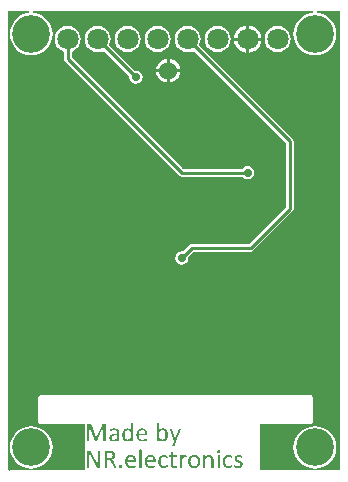
<source format=gtl>
G04*
G04 #@! TF.GenerationSoftware,Altium Limited,Altium Designer,20.1.10 (176)*
G04*
G04 Layer_Physical_Order=1*
G04 Layer_Color=3039647*
%FSLAX25Y25*%
%MOIN*%
G70*
G04*
G04 #@! TF.SameCoordinates,6CBB9ED5-C892-48F8-8F6F-D4B66391D099*
G04*
G04*
G04 #@! TF.FilePolarity,Positive*
G04*
G01*
G75*
%ADD12C,0.01000*%
%ADD13C,0.12598*%
%ADD14C,0.06000*%
%ADD15C,0.07087*%
%ADD16C,0.02756*%
G36*
X204Y228D02*
X-26243D01*
Y15697D01*
X-9500D01*
X-9193Y15758D01*
X-8932Y15932D01*
X-8758Y16193D01*
X-8697Y16500D01*
Y24500D01*
X-8758Y24807D01*
X-8932Y25068D01*
X-9193Y25242D01*
X-9500Y25303D01*
X-99500D01*
X-99807Y25242D01*
X-100068Y25068D01*
X-100242Y24807D01*
X-100303Y24500D01*
Y16500D01*
X-100242Y16193D01*
X-100068Y15932D01*
X-99807Y15758D01*
X-99500Y15697D01*
X-84787D01*
Y228D01*
X-109796D01*
X-109834Y190D01*
X-110296Y382D01*
Y153228D01*
X-103279D01*
X-103254Y152728D01*
X-104015Y152653D01*
X-105351Y152248D01*
X-106582Y151590D01*
X-107661Y150705D01*
X-108547Y149626D01*
X-109205Y148394D01*
X-109610Y147058D01*
X-109747Y145669D01*
X-109610Y144280D01*
X-109205Y142944D01*
X-108547Y141713D01*
X-107661Y140634D01*
X-106582Y139749D01*
X-105351Y139090D01*
X-104015Y138685D01*
X-102626Y138548D01*
X-101237Y138685D01*
X-99901Y139090D01*
X-98670Y139749D01*
X-97591Y140634D01*
X-96705Y141713D01*
X-96047Y142944D01*
X-95642Y144280D01*
X-95505Y145669D01*
X-95642Y147058D01*
X-96047Y148394D01*
X-96705Y149626D01*
X-97591Y150705D01*
X-98670Y151590D01*
X-99901Y152248D01*
X-101237Y152653D01*
X-101998Y152728D01*
X-101973Y153228D01*
X-8790D01*
X-8766Y152728D01*
X-9527Y152653D01*
X-10863Y152248D01*
X-12094Y151590D01*
X-13173Y150705D01*
X-14059Y149626D01*
X-14717Y148394D01*
X-15122Y147058D01*
X-15259Y145669D01*
X-15122Y144280D01*
X-14717Y142944D01*
X-14059Y141713D01*
X-13173Y140634D01*
X-12094Y139749D01*
X-10863Y139090D01*
X-9527Y138685D01*
X-8138Y138548D01*
X-6749Y138685D01*
X-5413Y139090D01*
X-4182Y139749D01*
X-3103Y140634D01*
X-2217Y141713D01*
X-1559Y142944D01*
X-1154Y144280D01*
X-1017Y145669D01*
X-1154Y147058D01*
X-1559Y148394D01*
X-2217Y149626D01*
X-3103Y150705D01*
X-4182Y151590D01*
X-5413Y152248D01*
X-6749Y152653D01*
X-7510Y152728D01*
X-7485Y153228D01*
X204D01*
Y228D01*
D02*
G37*
G36*
X-68909Y16074D02*
X-68853Y16063D01*
X-68843D01*
X-68812Y16058D01*
X-68777Y16048D01*
X-68741Y16038D01*
X-68736Y16033D01*
X-68715Y16028D01*
X-68700Y16012D01*
X-68680Y15992D01*
X-68674Y15987D01*
X-68669Y15977D01*
X-68664Y15956D01*
X-68659Y15936D01*
Y10066D01*
Y10061D01*
Y10045D01*
X-68669Y10025D01*
X-68680Y10005D01*
X-68685Y10000D01*
X-68690Y9989D01*
X-68705Y9979D01*
X-68731Y9964D01*
X-68736D01*
X-68756Y9959D01*
X-68787Y9954D01*
X-68827Y9943D01*
X-68838D01*
X-68868Y9938D01*
X-68919Y9933D01*
X-69032D01*
X-69082Y9938D01*
X-69134Y9943D01*
X-69144D01*
X-69169Y9949D01*
X-69200Y9959D01*
X-69235Y9964D01*
X-69241Y9969D01*
X-69256Y9974D01*
X-69276Y9989D01*
X-69292Y10005D01*
Y10010D01*
X-69297Y10020D01*
X-69302Y10040D01*
X-69307Y10066D01*
Y10591D01*
X-69312Y10586D01*
X-69322Y10576D01*
X-69337Y10560D01*
X-69363Y10535D01*
X-69389Y10509D01*
X-69424Y10474D01*
X-69506Y10397D01*
X-69603Y10316D01*
X-69715Y10229D01*
X-69832Y10142D01*
X-69960Y10066D01*
X-69965D01*
X-69975Y10056D01*
X-69995Y10051D01*
X-70016Y10035D01*
X-70051Y10020D01*
X-70087Y10005D01*
X-70128Y9989D01*
X-70179Y9974D01*
X-70286Y9938D01*
X-70414Y9908D01*
X-70546Y9887D01*
X-70694Y9877D01*
X-70735D01*
X-70766Y9882D01*
X-70806D01*
X-70847Y9887D01*
X-70898Y9892D01*
X-70954Y9898D01*
X-71071Y9918D01*
X-71194Y9949D01*
X-71321Y9989D01*
X-71444Y10045D01*
X-71449D01*
X-71459Y10056D01*
X-71474Y10061D01*
X-71495Y10076D01*
X-71551Y10112D01*
X-71622Y10168D01*
X-71699Y10229D01*
X-71785Y10311D01*
X-71867Y10397D01*
X-71944Y10499D01*
Y10504D01*
X-71954Y10515D01*
X-71959Y10530D01*
X-71974Y10550D01*
X-71990Y10581D01*
X-72010Y10611D01*
X-72025Y10652D01*
X-72051Y10693D01*
X-72092Y10795D01*
X-72137Y10907D01*
X-72183Y11035D01*
X-72219Y11178D01*
Y11183D01*
X-72224Y11198D01*
X-72229Y11218D01*
X-72234Y11244D01*
X-72239Y11280D01*
X-72245Y11326D01*
X-72255Y11371D01*
X-72260Y11428D01*
X-72280Y11550D01*
X-72290Y11693D01*
X-72301Y11846D01*
X-72306Y12004D01*
Y12009D01*
Y12024D01*
Y12055D01*
Y12090D01*
X-72301Y12136D01*
Y12187D01*
X-72295Y12244D01*
X-72290Y12310D01*
X-72280Y12453D01*
X-72260Y12606D01*
X-72234Y12764D01*
X-72199Y12922D01*
Y12927D01*
X-72193Y12942D01*
X-72188Y12963D01*
X-72178Y12993D01*
X-72168Y13029D01*
X-72153Y13070D01*
X-72117Y13167D01*
X-72071Y13274D01*
X-72015Y13391D01*
X-71949Y13513D01*
X-71872Y13626D01*
X-71867Y13631D01*
X-71862Y13641D01*
X-71852Y13651D01*
X-71831Y13671D01*
X-71785Y13728D01*
X-71724Y13789D01*
X-71648Y13865D01*
X-71556Y13937D01*
X-71454Y14008D01*
X-71337Y14074D01*
X-71332D01*
X-71321Y14080D01*
X-71306Y14090D01*
X-71281Y14100D01*
X-71250Y14110D01*
X-71214Y14125D01*
X-71168Y14141D01*
X-71122Y14156D01*
X-71015Y14182D01*
X-70888Y14207D01*
X-70750Y14227D01*
X-70597Y14232D01*
X-70536D01*
X-70505Y14227D01*
X-70470Y14222D01*
X-70388Y14212D01*
X-70291Y14197D01*
X-70184Y14166D01*
X-70072Y14130D01*
X-69965Y14080D01*
X-69960D01*
X-69950Y14074D01*
X-69934Y14064D01*
X-69914Y14049D01*
X-69858Y14013D01*
X-69781Y13967D01*
X-69695Y13901D01*
X-69598Y13825D01*
X-69496Y13733D01*
X-69389Y13631D01*
Y15936D01*
Y15941D01*
Y15956D01*
X-69383Y15972D01*
X-69373Y15992D01*
X-69368Y15997D01*
X-69358Y16007D01*
X-69343Y16023D01*
X-69317Y16038D01*
X-69307Y16043D01*
X-69287Y16048D01*
X-69251Y16053D01*
X-69205Y16063D01*
X-69200D01*
X-69195Y16069D01*
X-69179D01*
X-69159Y16074D01*
X-69103Y16079D01*
X-68965D01*
X-68909Y16074D01*
D02*
G37*
G36*
X-78053Y15650D02*
X-78008Y15640D01*
X-78002D01*
X-77997Y15635D01*
X-77972Y15625D01*
X-77936Y15604D01*
X-77905Y15574D01*
X-77895Y15569D01*
X-77880Y15543D01*
X-77855Y15513D01*
X-77834Y15467D01*
Y15462D01*
X-77829Y15457D01*
X-77819Y15426D01*
X-77809Y15375D01*
X-77803Y15314D01*
Y10071D01*
Y10066D01*
Y10051D01*
X-77814Y10030D01*
X-77824Y10010D01*
X-77829Y10005D01*
X-77839Y9994D01*
X-77860Y9984D01*
X-77890Y9969D01*
X-77895D01*
X-77921Y9964D01*
X-77956Y9959D01*
X-78002Y9949D01*
X-78013D01*
X-78033Y9943D01*
X-78053D01*
X-78079Y9938D01*
X-78110D01*
X-78186Y9933D01*
X-78247D01*
X-78308Y9938D01*
X-78370Y9949D01*
X-78380D01*
X-78410Y9954D01*
X-78451Y9964D01*
X-78487Y9969D01*
X-78492Y9974D01*
X-78507Y9979D01*
X-78528Y9994D01*
X-78548Y10010D01*
Y10015D01*
X-78553Y10025D01*
X-78558Y10045D01*
X-78563Y10071D01*
Y15038D01*
X-78574D01*
X-80583Y10051D01*
Y10045D01*
X-80593Y10030D01*
X-80603Y10015D01*
X-80619Y9994D01*
X-80624Y9989D01*
X-80639Y9984D01*
X-80660Y9969D01*
X-80690Y9959D01*
X-80700D01*
X-80721Y9954D01*
X-80756Y9949D01*
X-80802Y9943D01*
X-80813D01*
X-80843Y9938D01*
X-80889Y9933D01*
X-81006D01*
X-81057Y9938D01*
X-81108Y9943D01*
X-81119D01*
X-81149Y9949D01*
X-81185Y9959D01*
X-81221Y9964D01*
X-81226Y9969D01*
X-81246Y9974D01*
X-81266Y9984D01*
X-81287Y10000D01*
X-81292Y10005D01*
X-81302Y10015D01*
X-81312Y10030D01*
X-81322Y10051D01*
X-83240Y15038D01*
Y10071D01*
Y10066D01*
Y10051D01*
X-83250Y10030D01*
X-83261Y10010D01*
X-83266Y10005D01*
X-83276Y9994D01*
X-83296Y9984D01*
X-83327Y9969D01*
X-83332D01*
X-83357Y9964D01*
X-83393Y9959D01*
X-83444Y9949D01*
X-83454D01*
X-83475Y9943D01*
X-83495D01*
X-83521Y9938D01*
X-83551D01*
X-83628Y9933D01*
X-83694D01*
X-83750Y9938D01*
X-83811Y9949D01*
X-83821D01*
X-83852Y9954D01*
X-83893Y9964D01*
X-83929Y9969D01*
X-83934Y9974D01*
X-83949Y9979D01*
X-83969Y9994D01*
X-83985Y10010D01*
Y10015D01*
X-83990Y10025D01*
X-83995Y10045D01*
X-84000Y10071D01*
Y15314D01*
Y15324D01*
Y15344D01*
X-83995Y15375D01*
X-83990Y15416D01*
X-83974Y15462D01*
X-83959Y15502D01*
X-83934Y15543D01*
X-83903Y15579D01*
X-83898Y15584D01*
X-83888Y15594D01*
X-83867Y15604D01*
X-83837Y15620D01*
X-83806Y15635D01*
X-83771Y15650D01*
X-83730Y15655D01*
X-83684Y15661D01*
X-83169D01*
X-83133Y15655D01*
X-83051Y15650D01*
X-82970Y15630D01*
X-82965D01*
X-82949Y15625D01*
X-82929Y15620D01*
X-82903Y15609D01*
X-82842Y15584D01*
X-82781Y15548D01*
X-82776D01*
X-82766Y15538D01*
X-82735Y15507D01*
X-82689Y15462D01*
X-82648Y15400D01*
X-82643Y15395D01*
X-82638Y15385D01*
X-82628Y15365D01*
X-82613Y15344D01*
X-82598Y15314D01*
X-82582Y15278D01*
X-82552Y15196D01*
X-80925Y11065D01*
X-80904D01*
X-79211Y15181D01*
Y15186D01*
X-79201Y15202D01*
X-79191Y15227D01*
X-79181Y15258D01*
X-79145Y15334D01*
X-79104Y15405D01*
X-79099Y15411D01*
X-79094Y15421D01*
X-79079Y15436D01*
X-79063Y15457D01*
X-79022Y15507D01*
X-78977Y15553D01*
X-78971Y15559D01*
X-78966Y15564D01*
X-78951Y15574D01*
X-78931Y15584D01*
X-78880Y15609D01*
X-78818Y15635D01*
X-78813D01*
X-78803Y15640D01*
X-78783Y15645D01*
X-78762Y15650D01*
X-78732D01*
X-78696Y15655D01*
X-78619Y15661D01*
X-78094D01*
X-78053Y15650D01*
D02*
G37*
G36*
X-53017Y14166D02*
X-52956Y14156D01*
X-52941D01*
X-52910Y14146D01*
X-52875Y14136D01*
X-52839Y14115D01*
X-52834Y14110D01*
X-52819Y14095D01*
X-52803Y14064D01*
X-52798Y14029D01*
Y14018D01*
X-52803Y13993D01*
X-52808Y13952D01*
X-52824Y13901D01*
X-54247Y9959D01*
X-54777Y8505D01*
Y8500D01*
X-54782Y8495D01*
X-54803Y8464D01*
X-54823Y8449D01*
X-54843Y8429D01*
X-54874Y8413D01*
X-54910Y8398D01*
X-54915D01*
X-54930Y8393D01*
X-54956Y8388D01*
X-54991Y8378D01*
X-55037Y8373D01*
X-55093Y8362D01*
X-55165Y8357D01*
X-55307D01*
X-55364Y8362D01*
X-55425Y8373D01*
X-55435D01*
X-55466Y8383D01*
X-55501Y8393D01*
X-55532Y8408D01*
X-55537Y8413D01*
X-55552Y8429D01*
X-55562Y8449D01*
X-55573Y8480D01*
Y8485D01*
Y8510D01*
X-55568Y8541D01*
X-55552Y8582D01*
X-55006Y9959D01*
X-55012Y9964D01*
X-55032Y9974D01*
X-55058Y9989D01*
X-55083Y10015D01*
X-55088Y10020D01*
X-55098Y10040D01*
X-55114Y10066D01*
X-55129Y10096D01*
X-56542Y13886D01*
Y13891D01*
X-56547Y13901D01*
X-56552Y13916D01*
X-56557Y13937D01*
X-56572Y13983D01*
X-56577Y14029D01*
Y14034D01*
Y14039D01*
X-56572Y14059D01*
X-56562Y14090D01*
X-56542Y14115D01*
X-56537Y14120D01*
X-56516Y14130D01*
X-56480Y14146D01*
X-56429Y14156D01*
X-56424D01*
X-56414Y14161D01*
X-56399D01*
X-56373Y14166D01*
X-56343D01*
X-56302Y14171D01*
X-56139D01*
X-56072Y14166D01*
X-56042D01*
X-56011Y14161D01*
X-55996D01*
X-55965Y14156D01*
X-55930Y14151D01*
X-55894Y14136D01*
X-55884Y14130D01*
X-55868Y14125D01*
X-55848Y14110D01*
X-55828Y14085D01*
X-55822Y14080D01*
X-55812Y14064D01*
X-55802Y14034D01*
X-55787Y13998D01*
X-54655Y10815D01*
X-54639D01*
X-53548Y14013D01*
Y14018D01*
X-53543Y14029D01*
X-53533Y14059D01*
X-53512Y14095D01*
X-53497Y14110D01*
X-53487Y14120D01*
X-53477Y14125D01*
X-53456Y14136D01*
X-53420Y14146D01*
X-53374Y14156D01*
X-53369D01*
X-53359Y14161D01*
X-53344D01*
X-53318Y14166D01*
X-53288D01*
X-53247Y14171D01*
X-53084D01*
X-53017Y14166D01*
D02*
G37*
G36*
X-74851Y14227D02*
X-74805D01*
X-74759Y14222D01*
X-74708D01*
X-74590Y14207D01*
X-74473Y14192D01*
X-74351Y14166D01*
X-74234Y14136D01*
X-74228D01*
X-74218Y14130D01*
X-74203Y14125D01*
X-74182Y14115D01*
X-74126Y14095D01*
X-74060Y14064D01*
X-73984Y14023D01*
X-73902Y13972D01*
X-73820Y13916D01*
X-73749Y13850D01*
X-73739Y13840D01*
X-73718Y13814D01*
X-73683Y13773D01*
X-73642Y13723D01*
X-73601Y13651D01*
X-73555Y13575D01*
X-73514Y13483D01*
X-73479Y13381D01*
Y13376D01*
X-73474Y13371D01*
X-73469Y13355D01*
X-73463Y13330D01*
X-73458Y13304D01*
X-73453Y13274D01*
X-73433Y13197D01*
X-73418Y13105D01*
X-73407Y12993D01*
X-73397Y12871D01*
X-73392Y12738D01*
Y10061D01*
Y10051D01*
X-73397Y10030D01*
X-73407Y10005D01*
X-73428Y9984D01*
X-73433Y9979D01*
X-73453Y9969D01*
X-73484Y9959D01*
X-73530Y9949D01*
X-73540D01*
X-73555Y9943D01*
X-73576D01*
X-73601Y9938D01*
X-73632D01*
X-73667Y9933D01*
X-73774D01*
X-73831Y9938D01*
X-73892Y9949D01*
X-73902D01*
X-73927Y9959D01*
X-73958Y9969D01*
X-73989Y9984D01*
X-73994Y9989D01*
X-74004Y10005D01*
X-74014Y10025D01*
X-74019Y10061D01*
Y10458D01*
X-74024Y10453D01*
X-74029Y10448D01*
X-74045Y10433D01*
X-74065Y10413D01*
X-74116Y10362D01*
X-74188Y10300D01*
X-74274Y10234D01*
X-74376Y10163D01*
X-74483Y10091D01*
X-74601Y10030D01*
X-74606D01*
X-74616Y10025D01*
X-74631Y10015D01*
X-74657Y10005D01*
X-74682Y9994D01*
X-74718Y9984D01*
X-74805Y9954D01*
X-74902Y9928D01*
X-75019Y9903D01*
X-75141Y9882D01*
X-75274Y9877D01*
X-75325D01*
X-75355Y9882D01*
X-75386D01*
X-75463Y9887D01*
X-75554Y9898D01*
X-75646Y9913D01*
X-75748Y9933D01*
X-75845Y9959D01*
X-75850D01*
X-75855Y9964D01*
X-75886Y9974D01*
X-75932Y9989D01*
X-75993Y10015D01*
X-76059Y10051D01*
X-76131Y10086D01*
X-76202Y10132D01*
X-76274Y10188D01*
X-76284Y10193D01*
X-76304Y10219D01*
X-76335Y10249D01*
X-76376Y10295D01*
X-76421Y10351D01*
X-76467Y10418D01*
X-76508Y10489D01*
X-76549Y10571D01*
Y10576D01*
X-76554Y10581D01*
X-76564Y10611D01*
X-76579Y10657D01*
X-76595Y10719D01*
X-76615Y10795D01*
X-76631Y10882D01*
X-76641Y10979D01*
X-76646Y11081D01*
Y11086D01*
Y11096D01*
Y11111D01*
Y11137D01*
X-76641Y11167D01*
Y11198D01*
X-76631Y11280D01*
X-76615Y11371D01*
X-76590Y11468D01*
X-76559Y11565D01*
X-76513Y11662D01*
Y11667D01*
X-76508Y11672D01*
X-76488Y11703D01*
X-76457Y11749D01*
X-76411Y11810D01*
X-76355Y11871D01*
X-76289Y11943D01*
X-76212Y12009D01*
X-76121Y12075D01*
X-76115D01*
X-76110Y12080D01*
X-76095Y12090D01*
X-76075Y12101D01*
X-76049Y12116D01*
X-76019Y12131D01*
X-75947Y12167D01*
X-75855Y12208D01*
X-75748Y12249D01*
X-75631Y12284D01*
X-75498Y12320D01*
X-75493D01*
X-75483Y12325D01*
X-75463Y12330D01*
X-75432Y12335D01*
X-75396Y12340D01*
X-75355Y12346D01*
X-75310Y12356D01*
X-75253Y12361D01*
X-75192Y12371D01*
X-75131Y12376D01*
X-74988Y12391D01*
X-74830Y12397D01*
X-74662Y12402D01*
X-74116D01*
Y12708D01*
Y12713D01*
Y12718D01*
Y12748D01*
Y12789D01*
X-74121Y12845D01*
X-74126Y12907D01*
X-74137Y12973D01*
X-74152Y13044D01*
X-74167Y13111D01*
Y13121D01*
X-74177Y13141D01*
X-74188Y13172D01*
X-74203Y13213D01*
X-74223Y13258D01*
X-74254Y13309D01*
X-74284Y13355D01*
X-74325Y13401D01*
X-74330Y13406D01*
X-74346Y13422D01*
X-74366Y13442D01*
X-74402Y13467D01*
X-74443Y13498D01*
X-74489Y13529D01*
X-74545Y13554D01*
X-74606Y13580D01*
X-74611Y13585D01*
X-74636Y13590D01*
X-74672Y13600D01*
X-74723Y13610D01*
X-74779Y13621D01*
X-74851Y13631D01*
X-74932Y13641D01*
X-75070D01*
X-75121Y13636D01*
X-75187Y13631D01*
X-75259Y13626D01*
X-75340Y13615D01*
X-75427Y13595D01*
X-75508Y13575D01*
X-75519Y13569D01*
X-75544Y13564D01*
X-75585Y13549D01*
X-75631Y13534D01*
X-75692Y13513D01*
X-75753Y13488D01*
X-75881Y13432D01*
X-75886Y13427D01*
X-75906Y13422D01*
X-75937Y13406D01*
X-75973Y13386D01*
X-76019Y13365D01*
X-76059Y13340D01*
X-76151Y13294D01*
X-76156D01*
X-76166Y13284D01*
X-76187Y13274D01*
X-76212Y13263D01*
X-76263Y13243D01*
X-76289Y13238D01*
X-76309Y13233D01*
X-76330D01*
X-76350Y13238D01*
X-76370Y13248D01*
X-76376Y13253D01*
X-76386Y13258D01*
X-76401Y13279D01*
X-76416Y13299D01*
X-76421Y13304D01*
X-76427Y13325D01*
X-76437Y13355D01*
X-76447Y13391D01*
Y13396D01*
Y13401D01*
Y13427D01*
X-76452Y13467D01*
Y13513D01*
Y13519D01*
Y13534D01*
Y13549D01*
Y13575D01*
X-76447Y13631D01*
X-76437Y13682D01*
Y13687D01*
X-76432Y13692D01*
X-76421Y13723D01*
X-76401Y13763D01*
X-76365Y13804D01*
X-76360Y13809D01*
X-76355Y13814D01*
X-76340Y13830D01*
X-76314Y13845D01*
X-76289Y13865D01*
X-76253Y13886D01*
X-76212Y13916D01*
X-76161Y13942D01*
X-76156Y13947D01*
X-76136Y13957D01*
X-76105Y13967D01*
X-76064Y13988D01*
X-76013Y14008D01*
X-75957Y14034D01*
X-75891Y14054D01*
X-75825Y14080D01*
X-75814Y14085D01*
X-75789Y14090D01*
X-75753Y14105D01*
X-75702Y14120D01*
X-75641Y14136D01*
X-75570Y14151D01*
X-75493Y14171D01*
X-75412Y14187D01*
X-75401D01*
X-75371Y14192D01*
X-75330Y14202D01*
X-75269Y14212D01*
X-75203Y14217D01*
X-75126Y14227D01*
X-75044Y14232D01*
X-74886D01*
X-74851Y14227D01*
D02*
G37*
G36*
X-60305Y16089D02*
X-60249Y16084D01*
X-60239D01*
X-60208Y16079D01*
X-60173Y16069D01*
X-60137Y16053D01*
X-60132Y16048D01*
X-60117Y16043D01*
X-60096Y16028D01*
X-60081Y16012D01*
X-60076Y16007D01*
X-60071Y15997D01*
X-60066Y15977D01*
X-60061Y15951D01*
Y13580D01*
X-60050Y13590D01*
X-60030Y13610D01*
X-59999Y13641D01*
X-59953Y13687D01*
X-59903Y13733D01*
X-59846Y13784D01*
X-59785Y13835D01*
X-59724Y13881D01*
X-59714Y13886D01*
X-59693Y13901D01*
X-59663Y13921D01*
X-59622Y13952D01*
X-59571Y13983D01*
X-59515Y14018D01*
X-59398Y14080D01*
X-59392Y14085D01*
X-59372Y14095D01*
X-59342Y14105D01*
X-59301Y14125D01*
X-59250Y14146D01*
X-59199Y14161D01*
X-59081Y14197D01*
X-59076D01*
X-59056Y14202D01*
X-59020Y14207D01*
X-58979Y14217D01*
X-58928Y14222D01*
X-58872Y14227D01*
X-58750Y14232D01*
X-58679D01*
X-58638Y14227D01*
X-58597Y14222D01*
X-58546Y14217D01*
X-58495Y14212D01*
X-58378Y14192D01*
X-58255Y14161D01*
X-58128Y14115D01*
X-58010Y14059D01*
X-58005D01*
X-57995Y14049D01*
X-57980Y14044D01*
X-57959Y14029D01*
X-57903Y13988D01*
X-57832Y13937D01*
X-57755Y13870D01*
X-57674Y13789D01*
X-57592Y13697D01*
X-57516Y13595D01*
Y13590D01*
X-57506Y13580D01*
X-57495Y13564D01*
X-57485Y13544D01*
X-57470Y13519D01*
X-57449Y13483D01*
X-57409Y13406D01*
X-57363Y13304D01*
X-57317Y13192D01*
X-57271Y13065D01*
X-57235Y12922D01*
Y12917D01*
X-57230Y12907D01*
X-57225Y12881D01*
X-57220Y12855D01*
X-57215Y12820D01*
X-57205Y12779D01*
X-57200Y12728D01*
X-57189Y12672D01*
X-57174Y12550D01*
X-57159Y12412D01*
X-57148Y12259D01*
X-57143Y12101D01*
Y12096D01*
Y12080D01*
Y12050D01*
Y12014D01*
X-57148Y11968D01*
Y11917D01*
X-57154Y11856D01*
X-57159Y11790D01*
X-57169Y11647D01*
X-57189Y11494D01*
X-57220Y11331D01*
X-57256Y11173D01*
Y11167D01*
X-57261Y11152D01*
X-57266Y11132D01*
X-57276Y11106D01*
X-57286Y11071D01*
X-57301Y11030D01*
X-57337Y10933D01*
X-57388Y10821D01*
X-57444Y10703D01*
X-57511Y10586D01*
X-57587Y10474D01*
Y10469D01*
X-57597Y10464D01*
X-57608Y10448D01*
X-57628Y10428D01*
X-57674Y10372D01*
X-57735Y10311D01*
X-57811Y10239D01*
X-57903Y10163D01*
X-58010Y10091D01*
X-58123Y10030D01*
X-58128D01*
X-58138Y10025D01*
X-58153Y10015D01*
X-58179Y10005D01*
X-58209Y9994D01*
X-58245Y9984D01*
X-58286Y9969D01*
X-58332Y9954D01*
X-58439Y9928D01*
X-58561Y9903D01*
X-58699Y9882D01*
X-58847Y9877D01*
X-58918D01*
X-58964Y9882D01*
X-59020Y9887D01*
X-59081Y9892D01*
X-59204Y9918D01*
X-59209D01*
X-59229Y9923D01*
X-59260Y9933D01*
X-59301Y9949D01*
X-59347Y9964D01*
X-59403Y9984D01*
X-59515Y10035D01*
X-59520Y10040D01*
X-59540Y10051D01*
X-59571Y10066D01*
X-59612Y10091D01*
X-59658Y10122D01*
X-59709Y10158D01*
X-59765Y10198D01*
X-59821Y10244D01*
X-59826Y10249D01*
X-59846Y10265D01*
X-59877Y10295D01*
X-59918Y10331D01*
X-59969Y10377D01*
X-60025Y10428D01*
X-60081Y10484D01*
X-60147Y10550D01*
Y10066D01*
Y10061D01*
Y10045D01*
X-60158Y10025D01*
X-60168Y10005D01*
X-60173Y10000D01*
X-60178Y9989D01*
X-60198Y9979D01*
X-60224Y9964D01*
X-60229D01*
X-60249Y9959D01*
X-60280Y9954D01*
X-60321Y9943D01*
X-60331D01*
X-60361Y9938D01*
X-60413Y9933D01*
X-60525D01*
X-60576Y9938D01*
X-60627Y9943D01*
X-60637D01*
X-60662Y9949D01*
X-60693Y9959D01*
X-60729Y9964D01*
X-60734Y9969D01*
X-60749Y9974D01*
X-60764Y9989D01*
X-60780Y10005D01*
Y10010D01*
X-60785Y10020D01*
X-60790Y10040D01*
Y10066D01*
Y15951D01*
Y15956D01*
Y15972D01*
X-60785Y15992D01*
X-60775Y16012D01*
X-60769Y16017D01*
X-60759Y16028D01*
X-60744Y16043D01*
X-60719Y16053D01*
X-60708Y16058D01*
X-60688Y16063D01*
X-60652Y16074D01*
X-60606Y16084D01*
X-60591D01*
X-60576Y16089D01*
X-60555D01*
X-60499Y16094D01*
X-60367D01*
X-60305Y16089D01*
D02*
G37*
G36*
X-65563Y14227D02*
X-65518Y14222D01*
X-65467D01*
X-65405Y14212D01*
X-65283Y14197D01*
X-65150Y14166D01*
X-65018Y14130D01*
X-64890Y14080D01*
X-64885D01*
X-64875Y14074D01*
X-64860Y14064D01*
X-64834Y14054D01*
X-64809Y14039D01*
X-64773Y14018D01*
X-64697Y13972D01*
X-64615Y13916D01*
X-64523Y13845D01*
X-64431Y13768D01*
X-64350Y13677D01*
X-64345Y13671D01*
X-64340Y13666D01*
X-64329Y13651D01*
X-64314Y13631D01*
X-64278Y13580D01*
X-64232Y13508D01*
X-64181Y13417D01*
X-64130Y13320D01*
X-64079Y13202D01*
X-64039Y13080D01*
Y13075D01*
X-64034Y13065D01*
X-64028Y13044D01*
X-64023Y13024D01*
X-64013Y12988D01*
X-64008Y12952D01*
X-63998Y12912D01*
X-63988Y12866D01*
X-63967Y12754D01*
X-63952Y12631D01*
X-63942Y12499D01*
X-63937Y12356D01*
Y12223D01*
Y12218D01*
Y12198D01*
X-63942Y12167D01*
X-63947Y12126D01*
X-63957Y12085D01*
X-63972Y12045D01*
X-63993Y12009D01*
X-64023Y11978D01*
X-64028Y11973D01*
X-64039Y11968D01*
X-64059Y11958D01*
X-64079Y11943D01*
X-64110Y11927D01*
X-64146Y11917D01*
X-64181Y11912D01*
X-64222Y11907D01*
X-66828D01*
Y11902D01*
Y11892D01*
Y11876D01*
Y11851D01*
Y11820D01*
X-66823Y11790D01*
X-66818Y11708D01*
X-66813Y11616D01*
X-66798Y11514D01*
X-66782Y11412D01*
X-66762Y11310D01*
Y11305D01*
X-66757Y11300D01*
Y11285D01*
X-66747Y11264D01*
X-66731Y11218D01*
X-66711Y11152D01*
X-66680Y11081D01*
X-66640Y11009D01*
X-66594Y10928D01*
X-66543Y10856D01*
X-66538Y10846D01*
X-66517Y10826D01*
X-66482Y10790D01*
X-66436Y10749D01*
X-66379Y10703D01*
X-66308Y10652D01*
X-66232Y10606D01*
X-66145Y10566D01*
X-66140D01*
X-66135Y10560D01*
X-66119Y10555D01*
X-66099Y10550D01*
X-66048Y10535D01*
X-65977Y10520D01*
X-65885Y10499D01*
X-65783Y10484D01*
X-65666Y10474D01*
X-65533Y10469D01*
X-65487D01*
X-65431Y10474D01*
X-65365D01*
X-65288Y10479D01*
X-65201Y10489D01*
X-65120Y10499D01*
X-65033Y10515D01*
X-65023D01*
X-64997Y10525D01*
X-64951Y10530D01*
X-64900Y10545D01*
X-64839Y10560D01*
X-64778Y10576D01*
X-64712Y10596D01*
X-64651Y10617D01*
X-64645Y10622D01*
X-64625Y10627D01*
X-64595Y10637D01*
X-64554Y10652D01*
X-64472Y10683D01*
X-64426Y10703D01*
X-64385Y10719D01*
X-64380D01*
X-64370Y10729D01*
X-64350Y10734D01*
X-64324Y10744D01*
X-64273Y10759D01*
X-64248Y10770D01*
X-64207D01*
X-64192Y10759D01*
X-64171Y10749D01*
X-64166Y10744D01*
X-64156Y10739D01*
X-64146Y10724D01*
X-64135Y10703D01*
X-64130Y10698D01*
X-64125Y10683D01*
X-64120Y10652D01*
X-64115Y10617D01*
Y10606D01*
X-64110Y10581D01*
X-64105Y10540D01*
Y10484D01*
Y10474D01*
Y10448D01*
Y10418D01*
X-64110Y10382D01*
Y10377D01*
X-64115Y10356D01*
X-64120Y10331D01*
X-64125Y10306D01*
Y10300D01*
X-64130Y10285D01*
X-64146Y10249D01*
X-64151Y10244D01*
X-64156Y10234D01*
X-64187Y10198D01*
X-64192Y10193D01*
X-64197Y10188D01*
X-64212Y10183D01*
X-64232Y10173D01*
X-64253Y10158D01*
X-64289Y10142D01*
X-64329Y10122D01*
X-64334D01*
X-64350Y10112D01*
X-64375Y10102D01*
X-64411Y10086D01*
X-64457Y10071D01*
X-64508Y10051D01*
X-64569Y10030D01*
X-64635Y10010D01*
X-64645D01*
X-64671Y10000D01*
X-64707Y9989D01*
X-64763Y9979D01*
X-64824Y9964D01*
X-64900Y9949D01*
X-64982Y9933D01*
X-65074Y9918D01*
X-65084D01*
X-65099Y9913D01*
X-65115D01*
X-65166Y9908D01*
X-65232Y9898D01*
X-65314Y9892D01*
X-65405Y9882D01*
X-65502Y9877D01*
X-65686D01*
X-65727Y9882D01*
X-65778D01*
X-65834Y9887D01*
X-65895Y9892D01*
X-66028Y9908D01*
X-66170Y9933D01*
X-66318Y9964D01*
X-66461Y10010D01*
X-66466D01*
X-66476Y10015D01*
X-66497Y10025D01*
X-66522Y10035D01*
X-66553Y10051D01*
X-66589Y10066D01*
X-66675Y10112D01*
X-66772Y10168D01*
X-66874Y10239D01*
X-66981Y10321D01*
X-67078Y10413D01*
X-67083Y10418D01*
X-67088Y10423D01*
X-67104Y10438D01*
X-67119Y10464D01*
X-67139Y10489D01*
X-67165Y10520D01*
X-67190Y10555D01*
X-67221Y10596D01*
X-67282Y10698D01*
X-67343Y10810D01*
X-67405Y10943D01*
X-67456Y11086D01*
Y11091D01*
X-67461Y11106D01*
X-67466Y11127D01*
X-67476Y11157D01*
X-67486Y11198D01*
X-67496Y11244D01*
X-67507Y11295D01*
X-67517Y11356D01*
X-67532Y11422D01*
X-67542Y11499D01*
X-67553Y11575D01*
X-67563Y11657D01*
X-67578Y11841D01*
X-67583Y12034D01*
Y12039D01*
Y12055D01*
Y12085D01*
Y12121D01*
X-67578Y12167D01*
Y12218D01*
X-67573Y12274D01*
X-67568Y12340D01*
X-67553Y12483D01*
X-67527Y12636D01*
X-67496Y12794D01*
X-67456Y12952D01*
Y12957D01*
X-67450Y12973D01*
X-67440Y12993D01*
X-67430Y13019D01*
X-67415Y13054D01*
X-67400Y13095D01*
X-67359Y13192D01*
X-67303Y13299D01*
X-67236Y13417D01*
X-67160Y13529D01*
X-67073Y13641D01*
X-67068Y13646D01*
X-67063Y13651D01*
X-67048Y13666D01*
X-67027Y13687D01*
X-66976Y13738D01*
X-66905Y13804D01*
X-66818Y13875D01*
X-66716Y13947D01*
X-66599Y14018D01*
X-66471Y14080D01*
X-66466D01*
X-66456Y14085D01*
X-66436Y14095D01*
X-66410Y14105D01*
X-66374Y14115D01*
X-66339Y14130D01*
X-66293Y14141D01*
X-66242Y14156D01*
X-66186Y14171D01*
X-66124Y14187D01*
X-65987Y14207D01*
X-65839Y14227D01*
X-65681Y14232D01*
X-65604D01*
X-65563Y14227D01*
D02*
G37*
G36*
X-40104Y6921D02*
X-40053Y6916D01*
X-39992Y6906D01*
X-39936Y6885D01*
X-39880Y6865D01*
X-39839Y6834D01*
X-39834Y6829D01*
X-39824Y6814D01*
X-39808Y6794D01*
X-39788Y6758D01*
X-39773Y6712D01*
X-39757Y6651D01*
X-39747Y6579D01*
X-39742Y6493D01*
Y6488D01*
Y6482D01*
Y6452D01*
X-39747Y6406D01*
X-39752Y6355D01*
X-39768Y6294D01*
X-39783Y6238D01*
X-39808Y6187D01*
X-39839Y6146D01*
X-39844Y6141D01*
X-39860Y6131D01*
X-39885Y6115D01*
X-39921Y6100D01*
X-39967Y6085D01*
X-40033Y6069D01*
X-40104Y6059D01*
X-40196Y6054D01*
X-40237D01*
X-40283Y6059D01*
X-40334Y6064D01*
X-40395Y6075D01*
X-40451Y6090D01*
X-40507Y6110D01*
X-40548Y6141D01*
X-40553Y6146D01*
X-40563Y6161D01*
X-40579Y6182D01*
X-40594Y6217D01*
X-40609Y6263D01*
X-40624Y6324D01*
X-40635Y6396D01*
X-40640Y6482D01*
Y6488D01*
Y6493D01*
Y6523D01*
X-40635Y6569D01*
X-40630Y6620D01*
X-40619Y6681D01*
X-40599Y6737D01*
X-40579Y6788D01*
X-40548Y6829D01*
X-40543Y6834D01*
X-40528Y6845D01*
X-40502Y6860D01*
X-40466Y6880D01*
X-40420Y6896D01*
X-40354Y6911D01*
X-40283Y6921D01*
X-40191Y6926D01*
X-40150D01*
X-40104Y6921D01*
D02*
G37*
G36*
X-43195Y5350D02*
X-43154D01*
X-43062Y5340D01*
X-42960Y5320D01*
X-42848Y5299D01*
X-42736Y5264D01*
X-42629Y5218D01*
X-42624D01*
X-42619Y5213D01*
X-42603Y5202D01*
X-42583Y5192D01*
X-42532Y5162D01*
X-42471Y5126D01*
X-42404Y5075D01*
X-42328Y5014D01*
X-42257Y4942D01*
X-42190Y4861D01*
X-42185Y4851D01*
X-42165Y4820D01*
X-42134Y4774D01*
X-42098Y4713D01*
X-42058Y4631D01*
X-42017Y4544D01*
X-41981Y4442D01*
X-41951Y4330D01*
Y4325D01*
X-41945Y4315D01*
Y4300D01*
X-41940Y4279D01*
X-41930Y4249D01*
X-41925Y4213D01*
X-41920Y4172D01*
X-41910Y4126D01*
X-41899Y4019D01*
X-41884Y3897D01*
X-41879Y3759D01*
X-41874Y3606D01*
Y1189D01*
Y1184D01*
Y1168D01*
X-41884Y1148D01*
X-41894Y1127D01*
X-41899Y1122D01*
X-41905Y1117D01*
X-41925Y1102D01*
X-41951Y1092D01*
X-41956D01*
X-41981Y1082D01*
X-42017Y1077D01*
X-42063Y1066D01*
X-42073D01*
X-42093Y1061D01*
X-42114D01*
X-42170Y1056D01*
X-42302D01*
X-42364Y1061D01*
X-42420Y1066D01*
X-42430D01*
X-42461Y1071D01*
X-42496Y1082D01*
X-42532Y1092D01*
X-42537Y1097D01*
X-42552Y1102D01*
X-42573Y1112D01*
X-42588Y1127D01*
Y1133D01*
X-42593Y1143D01*
X-42598Y1163D01*
X-42603Y1189D01*
Y3509D01*
Y3514D01*
Y3525D01*
Y3540D01*
Y3565D01*
Y3596D01*
X-42608Y3627D01*
Y3708D01*
X-42619Y3795D01*
X-42629Y3881D01*
X-42639Y3973D01*
X-42659Y4055D01*
Y4065D01*
X-42670Y4091D01*
X-42680Y4131D01*
X-42695Y4177D01*
X-42721Y4233D01*
X-42746Y4295D01*
X-42777Y4356D01*
X-42812Y4412D01*
X-42818Y4417D01*
X-42833Y4437D01*
X-42853Y4463D01*
X-42884Y4499D01*
X-42919Y4534D01*
X-42965Y4570D01*
X-43022Y4611D01*
X-43078Y4641D01*
X-43083Y4646D01*
X-43103Y4657D01*
X-43139Y4667D01*
X-43185Y4682D01*
X-43236Y4698D01*
X-43297Y4713D01*
X-43368Y4718D01*
X-43445Y4723D01*
X-43470D01*
X-43491Y4718D01*
X-43547Y4713D01*
X-43618Y4698D01*
X-43700Y4677D01*
X-43792Y4641D01*
X-43894Y4595D01*
X-43996Y4529D01*
X-44001D01*
X-44006Y4519D01*
X-44021Y4509D01*
X-44041Y4493D01*
X-44098Y4448D01*
X-44169Y4386D01*
X-44251Y4305D01*
X-44348Y4208D01*
X-44455Y4091D01*
X-44562Y3958D01*
Y1189D01*
Y1184D01*
Y1168D01*
X-44572Y1148D01*
X-44582Y1127D01*
X-44587Y1122D01*
X-44592Y1117D01*
X-44613Y1102D01*
X-44638Y1092D01*
X-44643D01*
X-44669Y1082D01*
X-44704Y1077D01*
X-44750Y1066D01*
X-44761D01*
X-44781Y1061D01*
X-44801D01*
X-44857Y1056D01*
X-44990D01*
X-45051Y1061D01*
X-45107Y1066D01*
X-45118D01*
X-45148Y1071D01*
X-45184Y1082D01*
X-45220Y1092D01*
X-45225Y1097D01*
X-45240Y1102D01*
X-45260Y1112D01*
X-45276Y1127D01*
Y1133D01*
X-45281Y1143D01*
X-45286Y1163D01*
X-45291Y1189D01*
Y5156D01*
Y5162D01*
Y5177D01*
X-45286Y5197D01*
X-45281Y5213D01*
X-45276Y5218D01*
X-45271Y5228D01*
X-45250Y5243D01*
X-45230Y5258D01*
X-45225Y5264D01*
X-45199Y5269D01*
X-45169Y5279D01*
X-45128Y5284D01*
X-45118D01*
X-45102Y5289D01*
X-45082D01*
X-45031Y5294D01*
X-44903D01*
X-44852Y5289D01*
X-44801Y5284D01*
X-44791D01*
X-44766Y5279D01*
X-44730Y5274D01*
X-44699Y5258D01*
X-44694Y5253D01*
X-44679Y5243D01*
X-44664Y5233D01*
X-44648Y5213D01*
X-44643Y5207D01*
X-44638Y5197D01*
X-44633Y5182D01*
Y5156D01*
Y4631D01*
X-44628Y4636D01*
X-44618Y4646D01*
X-44603Y4667D01*
X-44577Y4692D01*
X-44546Y4723D01*
X-44511Y4759D01*
X-44424Y4840D01*
X-44327Y4927D01*
X-44215Y5019D01*
X-44093Y5105D01*
X-43970Y5177D01*
X-43965D01*
X-43955Y5187D01*
X-43934Y5192D01*
X-43914Y5207D01*
X-43883Y5218D01*
X-43848Y5233D01*
X-43761Y5269D01*
X-43659Y5299D01*
X-43542Y5330D01*
X-43424Y5350D01*
X-43297Y5355D01*
X-43231D01*
X-43195Y5350D01*
D02*
G37*
G36*
X-51380D02*
X-51329Y5345D01*
X-51304D01*
X-51284Y5340D01*
X-51238Y5335D01*
X-51182Y5320D01*
X-51176D01*
X-51166Y5315D01*
X-51151D01*
X-51130Y5310D01*
X-51085Y5294D01*
X-51039Y5279D01*
X-51034D01*
X-51029Y5274D01*
X-51003Y5269D01*
X-50972Y5253D01*
X-50947Y5238D01*
X-50942Y5233D01*
X-50932Y5228D01*
X-50916Y5213D01*
X-50911Y5197D01*
Y5192D01*
X-50906Y5182D01*
X-50901Y5167D01*
X-50896Y5146D01*
Y5141D01*
X-50891Y5126D01*
X-50886Y5095D01*
Y5054D01*
Y5049D01*
Y5044D01*
Y5029D01*
X-50881Y5014D01*
Y4963D01*
Y4896D01*
Y4891D01*
Y4881D01*
Y4861D01*
Y4835D01*
Y4784D01*
X-50886Y4728D01*
Y4718D01*
X-50891Y4692D01*
X-50896Y4662D01*
X-50906Y4626D01*
Y4621D01*
X-50911Y4606D01*
X-50921Y4585D01*
X-50937Y4570D01*
X-50942Y4565D01*
X-50952Y4560D01*
X-50967Y4555D01*
X-50993Y4550D01*
X-50998D01*
X-51018Y4555D01*
X-51044Y4560D01*
X-51079Y4570D01*
X-51090Y4575D01*
X-51115Y4585D01*
X-51151Y4595D01*
X-51197Y4611D01*
X-51202D01*
X-51207Y4616D01*
X-51238Y4621D01*
X-51284Y4636D01*
X-51340Y4646D01*
X-51345D01*
X-51355Y4652D01*
X-51370D01*
X-51391Y4657D01*
X-51442Y4662D01*
X-51508Y4667D01*
X-51549D01*
X-51574Y4662D01*
X-51646Y4646D01*
X-51722Y4621D01*
X-51727D01*
X-51743Y4611D01*
X-51763Y4601D01*
X-51788Y4585D01*
X-51824Y4565D01*
X-51860Y4539D01*
X-51901Y4509D01*
X-51947Y4473D01*
X-51952Y4468D01*
X-51967Y4458D01*
X-51987Y4432D01*
X-52018Y4402D01*
X-52054Y4366D01*
X-52094Y4320D01*
X-52140Y4269D01*
X-52186Y4208D01*
X-52191Y4203D01*
X-52207Y4177D01*
X-52232Y4142D01*
X-52268Y4096D01*
X-52309Y4034D01*
X-52360Y3963D01*
X-52411Y3887D01*
X-52467Y3800D01*
Y1189D01*
Y1184D01*
Y1168D01*
X-52477Y1148D01*
X-52487Y1127D01*
X-52492Y1122D01*
X-52497Y1117D01*
X-52518Y1102D01*
X-52543Y1092D01*
X-52548D01*
X-52574Y1082D01*
X-52609Y1077D01*
X-52655Y1066D01*
X-52666D01*
X-52686Y1061D01*
X-52706D01*
X-52763Y1056D01*
X-52895D01*
X-52956Y1061D01*
X-53012Y1066D01*
X-53023D01*
X-53053Y1071D01*
X-53089Y1082D01*
X-53125Y1092D01*
X-53130Y1097D01*
X-53145Y1102D01*
X-53165Y1112D01*
X-53181Y1127D01*
Y1133D01*
X-53186Y1143D01*
X-53191Y1163D01*
X-53196Y1189D01*
Y5156D01*
Y5162D01*
Y5177D01*
X-53191Y5197D01*
X-53186Y5213D01*
X-53181Y5218D01*
X-53176Y5228D01*
X-53155Y5243D01*
X-53135Y5258D01*
X-53130Y5264D01*
X-53104Y5269D01*
X-53074Y5279D01*
X-53033Y5284D01*
X-53023D01*
X-53007Y5289D01*
X-52987D01*
X-52936Y5294D01*
X-52808D01*
X-52757Y5289D01*
X-52706Y5284D01*
X-52696D01*
X-52671Y5279D01*
X-52635Y5274D01*
X-52604Y5258D01*
X-52599Y5253D01*
X-52584Y5243D01*
X-52569Y5233D01*
X-52553Y5213D01*
X-52548Y5207D01*
X-52543Y5197D01*
X-52538Y5182D01*
Y5156D01*
Y4585D01*
X-52533Y4590D01*
X-52513Y4621D01*
X-52477Y4662D01*
X-52436Y4718D01*
X-52390Y4779D01*
X-52339Y4840D01*
X-52288Y4902D01*
X-52232Y4963D01*
X-52227Y4968D01*
X-52207Y4988D01*
X-52181Y5014D01*
X-52145Y5049D01*
X-52105Y5090D01*
X-52059Y5131D01*
X-52008Y5167D01*
X-51962Y5202D01*
X-51957Y5207D01*
X-51941Y5218D01*
X-51916Y5233D01*
X-51880Y5248D01*
X-51845Y5269D01*
X-51804Y5289D01*
X-51758Y5304D01*
X-51712Y5320D01*
X-51707D01*
X-51692Y5325D01*
X-51666Y5330D01*
X-51630Y5340D01*
X-51595Y5345D01*
X-51549Y5350D01*
X-51457Y5355D01*
X-51421D01*
X-51380Y5350D01*
D02*
G37*
G36*
X-33347D02*
X-33296D01*
X-33245Y5345D01*
X-33127Y5325D01*
X-33122D01*
X-33102Y5320D01*
X-33071Y5315D01*
X-33031Y5310D01*
X-32990Y5299D01*
X-32939Y5284D01*
X-32842Y5258D01*
X-32837D01*
X-32822Y5253D01*
X-32796Y5243D01*
X-32765Y5233D01*
X-32699Y5202D01*
X-32628Y5172D01*
X-32623D01*
X-32612Y5167D01*
X-32597Y5156D01*
X-32577Y5146D01*
X-32531Y5116D01*
X-32490Y5090D01*
X-32485Y5085D01*
X-32465Y5070D01*
X-32444Y5049D01*
X-32429Y5024D01*
X-32424Y5019D01*
X-32419Y5009D01*
X-32414Y4988D01*
X-32408Y4963D01*
Y4958D01*
X-32403Y4942D01*
X-32398Y4917D01*
X-32393Y4881D01*
Y4871D01*
X-32388Y4851D01*
X-32383Y4815D01*
Y4769D01*
Y4764D01*
Y4759D01*
Y4723D01*
X-32388Y4682D01*
X-32393Y4636D01*
Y4626D01*
X-32398Y4606D01*
X-32403Y4575D01*
X-32414Y4544D01*
X-32419Y4539D01*
X-32424Y4529D01*
X-32439Y4514D01*
X-32454Y4499D01*
X-32459D01*
X-32470Y4493D01*
X-32480Y4488D01*
X-32500Y4483D01*
X-32505D01*
X-32531Y4488D01*
X-32566Y4504D01*
X-32618Y4529D01*
X-32623D01*
X-32633Y4539D01*
X-32648Y4550D01*
X-32669Y4560D01*
X-32694Y4575D01*
X-32730Y4595D01*
X-32765Y4611D01*
X-32811Y4631D01*
X-32816Y4636D01*
X-32832Y4641D01*
X-32857Y4652D01*
X-32888Y4667D01*
X-32934Y4682D01*
X-32980Y4703D01*
X-33031Y4718D01*
X-33092Y4738D01*
X-33097D01*
X-33117Y4749D01*
X-33153Y4754D01*
X-33194Y4764D01*
X-33250Y4774D01*
X-33311Y4779D01*
X-33377Y4789D01*
X-33520D01*
X-33566Y4784D01*
X-33617Y4779D01*
X-33673Y4769D01*
X-33785Y4743D01*
X-33790D01*
X-33806Y4738D01*
X-33831Y4728D01*
X-33867Y4713D01*
X-33938Y4677D01*
X-34015Y4626D01*
X-34020Y4621D01*
X-34030Y4611D01*
X-34045Y4595D01*
X-34066Y4575D01*
X-34107Y4519D01*
X-34148Y4442D01*
Y4437D01*
X-34153Y4427D01*
X-34163Y4402D01*
X-34168Y4376D01*
X-34178Y4346D01*
X-34188Y4305D01*
X-34193Y4218D01*
Y4213D01*
Y4188D01*
X-34188Y4157D01*
X-34183Y4116D01*
X-34173Y4070D01*
X-34158Y4024D01*
X-34137Y3973D01*
X-34107Y3927D01*
X-34102Y3922D01*
X-34091Y3907D01*
X-34071Y3887D01*
X-34045Y3856D01*
X-34015Y3825D01*
X-33974Y3790D01*
X-33933Y3759D01*
X-33882Y3723D01*
X-33877Y3718D01*
X-33857Y3708D01*
X-33826Y3693D01*
X-33790Y3672D01*
X-33740Y3647D01*
X-33689Y3621D01*
X-33627Y3591D01*
X-33561Y3565D01*
X-33551Y3560D01*
X-33530Y3555D01*
X-33495Y3540D01*
X-33444Y3519D01*
X-33388Y3499D01*
X-33326Y3474D01*
X-33189Y3417D01*
X-33178Y3412D01*
X-33158Y3407D01*
X-33117Y3392D01*
X-33071Y3371D01*
X-33015Y3346D01*
X-32954Y3315D01*
X-32822Y3249D01*
X-32811Y3244D01*
X-32791Y3234D01*
X-32755Y3213D01*
X-32709Y3188D01*
X-32663Y3152D01*
X-32607Y3117D01*
X-32495Y3025D01*
X-32490Y3020D01*
X-32470Y3004D01*
X-32444Y2974D01*
X-32414Y2938D01*
X-32378Y2892D01*
X-32337Y2836D01*
X-32301Y2775D01*
X-32266Y2709D01*
X-32261Y2698D01*
X-32250Y2678D01*
X-32240Y2637D01*
X-32220Y2586D01*
X-32204Y2520D01*
X-32194Y2448D01*
X-32184Y2362D01*
X-32179Y2270D01*
Y2265D01*
Y2255D01*
Y2239D01*
Y2219D01*
X-32184Y2163D01*
X-32194Y2086D01*
X-32210Y2005D01*
X-32230Y1913D01*
X-32255Y1816D01*
X-32296Y1724D01*
X-32301Y1714D01*
X-32317Y1683D01*
X-32342Y1643D01*
X-32378Y1586D01*
X-32424Y1525D01*
X-32480Y1459D01*
X-32541Y1393D01*
X-32618Y1326D01*
X-32628Y1321D01*
X-32653Y1301D01*
X-32699Y1270D01*
X-32755Y1235D01*
X-32827Y1194D01*
X-32908Y1153D01*
X-33005Y1117D01*
X-33107Y1082D01*
X-33112D01*
X-33122Y1077D01*
X-33138D01*
X-33158Y1071D01*
X-33184Y1061D01*
X-33214Y1056D01*
X-33291Y1041D01*
X-33388Y1025D01*
X-33490Y1015D01*
X-33607Y1005D01*
X-33734Y1000D01*
X-33811D01*
X-33867Y1005D01*
X-33928Y1010D01*
X-33994Y1015D01*
X-34142Y1036D01*
X-34153D01*
X-34173Y1041D01*
X-34209Y1046D01*
X-34255Y1056D01*
X-34311Y1066D01*
X-34367Y1082D01*
X-34484Y1112D01*
X-34489D01*
X-34510Y1122D01*
X-34535Y1133D01*
X-34571Y1143D01*
X-34652Y1178D01*
X-34739Y1214D01*
X-34744Y1219D01*
X-34754Y1224D01*
X-34775Y1235D01*
X-34800Y1250D01*
X-34851Y1280D01*
X-34877Y1301D01*
X-34897Y1316D01*
X-34902Y1326D01*
X-34923Y1347D01*
X-34943Y1388D01*
X-34964Y1439D01*
Y1444D01*
X-34969Y1454D01*
Y1474D01*
X-34974Y1495D01*
X-34979Y1530D01*
Y1566D01*
X-34984Y1607D01*
Y1658D01*
Y1663D01*
Y1673D01*
Y1688D01*
Y1704D01*
Y1750D01*
X-34979Y1796D01*
Y1801D01*
Y1806D01*
X-34974Y1831D01*
X-34964Y1862D01*
X-34958Y1887D01*
X-34953Y1892D01*
X-34948Y1908D01*
X-34933Y1923D01*
X-34918Y1938D01*
X-34912Y1943D01*
X-34902Y1949D01*
X-34882Y1954D01*
X-34861Y1959D01*
X-34851D01*
X-34826Y1954D01*
X-34785Y1933D01*
X-34754Y1918D01*
X-34724Y1898D01*
X-34719Y1892D01*
X-34708Y1887D01*
X-34688Y1872D01*
X-34657Y1857D01*
X-34622Y1836D01*
X-34586Y1816D01*
X-34540Y1791D01*
X-34489Y1765D01*
X-34484Y1760D01*
X-34464Y1755D01*
X-34433Y1740D01*
X-34392Y1724D01*
X-34346Y1704D01*
X-34290Y1683D01*
X-34224Y1663D01*
X-34158Y1637D01*
X-34148D01*
X-34122Y1627D01*
X-34086Y1622D01*
X-34030Y1612D01*
X-33969Y1602D01*
X-33893Y1592D01*
X-33811Y1586D01*
X-33724Y1581D01*
X-33658D01*
X-33612Y1586D01*
X-33561Y1592D01*
X-33505Y1597D01*
X-33393Y1617D01*
X-33388D01*
X-33367Y1627D01*
X-33337Y1632D01*
X-33301Y1648D01*
X-33219Y1683D01*
X-33133Y1734D01*
X-33127Y1740D01*
X-33112Y1750D01*
X-33092Y1765D01*
X-33066Y1785D01*
X-33041Y1816D01*
X-33010Y1847D01*
X-32959Y1928D01*
X-32954Y1933D01*
X-32949Y1949D01*
X-32939Y1974D01*
X-32929Y2010D01*
X-32918Y2051D01*
X-32908Y2102D01*
X-32898Y2153D01*
Y2214D01*
Y2219D01*
Y2244D01*
X-32903Y2275D01*
X-32908Y2311D01*
X-32918Y2357D01*
X-32934Y2403D01*
X-32954Y2448D01*
X-32985Y2494D01*
X-32990Y2499D01*
X-33000Y2515D01*
X-33020Y2535D01*
X-33046Y2566D01*
X-33077Y2596D01*
X-33117Y2632D01*
X-33163Y2663D01*
X-33214Y2698D01*
X-33219Y2703D01*
X-33240Y2714D01*
X-33265Y2729D01*
X-33306Y2749D01*
X-33352Y2775D01*
X-33408Y2800D01*
X-33464Y2826D01*
X-33530Y2851D01*
X-33541Y2856D01*
X-33561Y2861D01*
X-33597Y2877D01*
X-33643Y2897D01*
X-33694Y2918D01*
X-33755Y2943D01*
X-33821Y2969D01*
X-33893Y2994D01*
X-33903Y2999D01*
X-33923Y3009D01*
X-33964Y3025D01*
X-34010Y3045D01*
X-34066Y3071D01*
X-34127Y3096D01*
X-34260Y3162D01*
X-34270Y3167D01*
X-34290Y3178D01*
X-34326Y3198D01*
X-34367Y3229D01*
X-34418Y3264D01*
X-34469Y3300D01*
X-34525Y3346D01*
X-34581Y3397D01*
X-34586Y3402D01*
X-34601Y3422D01*
X-34627Y3453D01*
X-34663Y3489D01*
X-34698Y3540D01*
X-34734Y3591D01*
X-34770Y3657D01*
X-34805Y3723D01*
X-34811Y3734D01*
X-34816Y3759D01*
X-34831Y3795D01*
X-34846Y3851D01*
X-34861Y3917D01*
X-34872Y3994D01*
X-34882Y4080D01*
X-34887Y4177D01*
Y4182D01*
Y4188D01*
Y4218D01*
X-34882Y4264D01*
X-34877Y4320D01*
X-34867Y4386D01*
X-34851Y4463D01*
X-34831Y4544D01*
X-34800Y4621D01*
X-34795Y4631D01*
X-34785Y4657D01*
X-34760Y4698D01*
X-34734Y4749D01*
X-34693Y4810D01*
X-34647Y4871D01*
X-34591Y4937D01*
X-34530Y4998D01*
X-34520Y5003D01*
X-34499Y5024D01*
X-34459Y5054D01*
X-34402Y5090D01*
X-34336Y5136D01*
X-34260Y5177D01*
X-34173Y5218D01*
X-34076Y5258D01*
X-34071D01*
X-34066Y5264D01*
X-34051Y5269D01*
X-34030Y5274D01*
X-34005Y5279D01*
X-33969Y5289D01*
X-33898Y5310D01*
X-33801Y5325D01*
X-33694Y5340D01*
X-33576Y5350D01*
X-33444Y5355D01*
X-33388D01*
X-33347Y5350D01*
D02*
G37*
G36*
X-36794Y5345D02*
X-36738Y5340D01*
X-36677Y5335D01*
X-36544Y5315D01*
X-36534D01*
X-36514Y5310D01*
X-36478Y5299D01*
X-36437Y5289D01*
X-36386Y5274D01*
X-36330Y5258D01*
X-36218Y5218D01*
X-36213D01*
X-36193Y5207D01*
X-36162Y5197D01*
X-36126Y5182D01*
X-36086Y5162D01*
X-36040Y5136D01*
X-35948Y5085D01*
X-35943Y5080D01*
X-35927Y5075D01*
X-35907Y5060D01*
X-35882Y5044D01*
X-35825Y5003D01*
X-35800Y4978D01*
X-35780Y4958D01*
X-35769Y4947D01*
X-35749Y4927D01*
X-35728Y4902D01*
X-35708Y4876D01*
X-35703Y4871D01*
X-35698Y4856D01*
X-35688Y4830D01*
X-35677Y4800D01*
X-35672Y4794D01*
X-35667Y4774D01*
X-35662Y4743D01*
X-35657Y4703D01*
Y4692D01*
X-35652Y4667D01*
Y4626D01*
Y4575D01*
Y4570D01*
Y4550D01*
Y4519D01*
X-35657Y4478D01*
X-35667Y4402D01*
X-35677Y4366D01*
X-35693Y4335D01*
Y4330D01*
X-35698Y4325D01*
X-35718Y4305D01*
X-35749Y4279D01*
X-35769Y4274D01*
X-35790Y4269D01*
X-35800D01*
X-35815Y4274D01*
X-35836Y4279D01*
X-35882Y4300D01*
X-35912Y4315D01*
X-35943Y4341D01*
X-35948Y4346D01*
X-35958Y4351D01*
X-35973Y4366D01*
X-35999Y4386D01*
X-36029Y4412D01*
X-36065Y4437D01*
X-36111Y4468D01*
X-36157Y4499D01*
X-36162Y4504D01*
X-36182Y4514D01*
X-36208Y4529D01*
X-36249Y4555D01*
X-36295Y4580D01*
X-36351Y4606D01*
X-36412Y4636D01*
X-36478Y4662D01*
X-36488Y4667D01*
X-36509Y4672D01*
X-36550Y4687D01*
X-36601Y4703D01*
X-36667Y4713D01*
X-36738Y4728D01*
X-36825Y4733D01*
X-36917Y4738D01*
X-36968D01*
X-37003Y4733D01*
X-37049Y4728D01*
X-37095Y4718D01*
X-37151Y4703D01*
X-37213Y4687D01*
X-37279Y4667D01*
X-37345Y4641D01*
X-37411Y4606D01*
X-37478Y4570D01*
X-37544Y4524D01*
X-37605Y4468D01*
X-37666Y4407D01*
X-37723Y4335D01*
X-37728Y4330D01*
X-37733Y4315D01*
X-37748Y4295D01*
X-37763Y4259D01*
X-37784Y4218D01*
X-37809Y4167D01*
X-37835Y4106D01*
X-37860Y4040D01*
X-37886Y3958D01*
X-37911Y3871D01*
X-37932Y3779D01*
X-37957Y3672D01*
X-37973Y3560D01*
X-37988Y3438D01*
X-37993Y3305D01*
X-37998Y3167D01*
Y3162D01*
Y3152D01*
Y3132D01*
Y3101D01*
Y3071D01*
X-37993Y3030D01*
X-37988Y2938D01*
X-37983Y2836D01*
X-37967Y2724D01*
X-37952Y2606D01*
X-37927Y2494D01*
Y2489D01*
X-37922Y2484D01*
X-37916Y2469D01*
X-37911Y2448D01*
X-37896Y2392D01*
X-37876Y2326D01*
X-37845Y2249D01*
X-37809Y2173D01*
X-37763Y2091D01*
X-37718Y2015D01*
X-37712Y2005D01*
X-37692Y1984D01*
X-37661Y1949D01*
X-37621Y1908D01*
X-37570Y1857D01*
X-37508Y1811D01*
X-37442Y1765D01*
X-37371Y1724D01*
X-37361Y1719D01*
X-37335Y1709D01*
X-37294Y1694D01*
X-37233Y1678D01*
X-37167Y1663D01*
X-37085Y1648D01*
X-36998Y1637D01*
X-36902Y1632D01*
X-36861D01*
X-36815Y1637D01*
X-36754Y1643D01*
X-36682Y1653D01*
X-36611Y1663D01*
X-36534Y1683D01*
X-36463Y1709D01*
X-36453Y1714D01*
X-36432Y1724D01*
X-36397Y1740D01*
X-36351Y1760D01*
X-36300Y1785D01*
X-36244Y1811D01*
X-36136Y1877D01*
X-36131Y1882D01*
X-36111Y1892D01*
X-36086Y1913D01*
X-36055Y1933D01*
X-35978Y1989D01*
X-35902Y2051D01*
X-35897Y2056D01*
X-35887Y2066D01*
X-35866Y2076D01*
X-35846Y2091D01*
X-35800Y2122D01*
X-35774Y2127D01*
X-35754Y2132D01*
X-35734D01*
X-35718Y2122D01*
X-35703Y2112D01*
X-35698Y2107D01*
X-35688Y2097D01*
X-35672Y2081D01*
X-35662Y2051D01*
X-35657Y2046D01*
X-35652Y2020D01*
X-35647Y1989D01*
X-35642Y1943D01*
Y1938D01*
Y1933D01*
X-35637Y1903D01*
X-35632Y1857D01*
Y1796D01*
Y1791D01*
Y1785D01*
Y1750D01*
Y1709D01*
X-35637Y1663D01*
Y1653D01*
X-35642Y1632D01*
X-35647Y1602D01*
X-35657Y1571D01*
Y1566D01*
X-35662Y1551D01*
X-35672Y1530D01*
X-35683Y1505D01*
X-35688Y1500D01*
X-35698Y1484D01*
X-35718Y1454D01*
X-35754Y1418D01*
X-35764Y1408D01*
X-35780Y1398D01*
X-35795Y1383D01*
X-35820Y1362D01*
X-35851Y1342D01*
X-35892Y1316D01*
X-35938Y1286D01*
X-35943Y1280D01*
X-35963Y1270D01*
X-35989Y1255D01*
X-36024Y1240D01*
X-36070Y1214D01*
X-36121Y1189D01*
X-36177Y1168D01*
X-36239Y1143D01*
X-36244D01*
X-36269Y1133D01*
X-36300Y1122D01*
X-36346Y1107D01*
X-36397Y1092D01*
X-36458Y1077D01*
X-36524Y1056D01*
X-36595Y1041D01*
X-36606D01*
X-36631Y1036D01*
X-36667Y1031D01*
X-36718Y1020D01*
X-36779Y1015D01*
X-36845Y1005D01*
X-36917Y1000D01*
X-37065D01*
X-37100Y1005D01*
X-37146D01*
X-37197Y1010D01*
X-37248Y1015D01*
X-37366Y1036D01*
X-37493Y1056D01*
X-37626Y1092D01*
X-37753Y1138D01*
X-37758D01*
X-37769Y1143D01*
X-37784Y1153D01*
X-37809Y1163D01*
X-37835Y1178D01*
X-37870Y1199D01*
X-37947Y1245D01*
X-38034Y1301D01*
X-38126Y1372D01*
X-38222Y1454D01*
X-38309Y1551D01*
Y1556D01*
X-38319Y1561D01*
X-38329Y1576D01*
X-38345Y1602D01*
X-38365Y1627D01*
X-38386Y1658D01*
X-38432Y1734D01*
X-38488Y1831D01*
X-38544Y1943D01*
X-38600Y2071D01*
X-38646Y2214D01*
Y2219D01*
X-38651Y2234D01*
X-38656Y2255D01*
X-38661Y2285D01*
X-38671Y2321D01*
X-38681Y2367D01*
X-38692Y2418D01*
X-38702Y2474D01*
X-38712Y2540D01*
X-38722Y2612D01*
X-38732Y2683D01*
X-38743Y2765D01*
X-38753Y2938D01*
X-38758Y3127D01*
Y3132D01*
Y3152D01*
Y3183D01*
Y3224D01*
X-38753Y3275D01*
X-38748Y3331D01*
Y3397D01*
X-38737Y3468D01*
X-38722Y3627D01*
X-38697Y3795D01*
X-38661Y3963D01*
X-38615Y4126D01*
Y4131D01*
X-38610Y4147D01*
X-38600Y4167D01*
X-38590Y4198D01*
X-38574Y4233D01*
X-38559Y4274D01*
X-38513Y4371D01*
X-38457Y4483D01*
X-38391Y4595D01*
X-38314Y4713D01*
X-38227Y4820D01*
X-38222Y4825D01*
X-38217Y4830D01*
X-38202Y4845D01*
X-38182Y4866D01*
X-38131Y4912D01*
X-38059Y4973D01*
X-37973Y5034D01*
X-37876Y5100D01*
X-37763Y5167D01*
X-37641Y5218D01*
X-37636D01*
X-37626Y5223D01*
X-37605Y5228D01*
X-37580Y5238D01*
X-37549Y5248D01*
X-37514Y5258D01*
X-37473Y5274D01*
X-37422Y5284D01*
X-37315Y5310D01*
X-37192Y5330D01*
X-37054Y5345D01*
X-36912Y5350D01*
X-36840D01*
X-36794Y5345D01*
D02*
G37*
G36*
X-58347Y5345D02*
X-58291Y5340D01*
X-58230Y5335D01*
X-58097Y5315D01*
X-58087D01*
X-58066Y5310D01*
X-58031Y5299D01*
X-57990Y5289D01*
X-57939Y5274D01*
X-57883Y5258D01*
X-57771Y5218D01*
X-57766D01*
X-57745Y5207D01*
X-57715Y5197D01*
X-57679Y5182D01*
X-57638Y5162D01*
X-57592Y5136D01*
X-57500Y5085D01*
X-57495Y5080D01*
X-57480Y5075D01*
X-57460Y5060D01*
X-57434Y5044D01*
X-57378Y5003D01*
X-57353Y4978D01*
X-57332Y4958D01*
X-57322Y4947D01*
X-57301Y4927D01*
X-57281Y4902D01*
X-57261Y4876D01*
X-57256Y4871D01*
X-57250Y4856D01*
X-57240Y4830D01*
X-57230Y4800D01*
X-57225Y4794D01*
X-57220Y4774D01*
X-57215Y4743D01*
X-57210Y4703D01*
Y4692D01*
X-57205Y4667D01*
Y4626D01*
Y4575D01*
Y4570D01*
Y4550D01*
Y4519D01*
X-57210Y4478D01*
X-57220Y4402D01*
X-57230Y4366D01*
X-57245Y4335D01*
Y4330D01*
X-57250Y4325D01*
X-57271Y4305D01*
X-57301Y4279D01*
X-57322Y4274D01*
X-57342Y4269D01*
X-57353D01*
X-57368Y4274D01*
X-57388Y4279D01*
X-57434Y4300D01*
X-57465Y4315D01*
X-57495Y4341D01*
X-57500Y4346D01*
X-57511Y4351D01*
X-57526Y4366D01*
X-57551Y4386D01*
X-57582Y4412D01*
X-57618Y4437D01*
X-57664Y4468D01*
X-57709Y4499D01*
X-57715Y4504D01*
X-57735Y4514D01*
X-57761Y4529D01*
X-57801Y4555D01*
X-57847Y4580D01*
X-57903Y4606D01*
X-57964Y4636D01*
X-58031Y4662D01*
X-58041Y4667D01*
X-58061Y4672D01*
X-58102Y4687D01*
X-58153Y4703D01*
X-58219Y4713D01*
X-58291Y4728D01*
X-58378Y4733D01*
X-58469Y4738D01*
X-58520D01*
X-58556Y4733D01*
X-58602Y4728D01*
X-58648Y4718D01*
X-58704Y4703D01*
X-58765Y4687D01*
X-58832Y4667D01*
X-58898Y4641D01*
X-58964Y4606D01*
X-59030Y4570D01*
X-59097Y4524D01*
X-59158Y4468D01*
X-59219Y4407D01*
X-59275Y4335D01*
X-59280Y4330D01*
X-59285Y4315D01*
X-59301Y4295D01*
X-59316Y4259D01*
X-59336Y4218D01*
X-59362Y4167D01*
X-59387Y4106D01*
X-59413Y4040D01*
X-59438Y3958D01*
X-59464Y3871D01*
X-59484Y3779D01*
X-59510Y3672D01*
X-59525Y3560D01*
X-59540Y3438D01*
X-59545Y3305D01*
X-59551Y3167D01*
Y3162D01*
Y3152D01*
Y3132D01*
Y3101D01*
Y3071D01*
X-59545Y3030D01*
X-59540Y2938D01*
X-59535Y2836D01*
X-59520Y2724D01*
X-59505Y2606D01*
X-59479Y2494D01*
Y2489D01*
X-59474Y2484D01*
X-59469Y2469D01*
X-59464Y2448D01*
X-59449Y2392D01*
X-59428Y2326D01*
X-59398Y2249D01*
X-59362Y2173D01*
X-59316Y2091D01*
X-59270Y2015D01*
X-59265Y2005D01*
X-59245Y1984D01*
X-59214Y1949D01*
X-59173Y1908D01*
X-59122Y1857D01*
X-59061Y1811D01*
X-58995Y1765D01*
X-58923Y1724D01*
X-58913Y1719D01*
X-58888Y1709D01*
X-58847Y1694D01*
X-58786Y1678D01*
X-58719Y1663D01*
X-58638Y1648D01*
X-58551Y1637D01*
X-58454Y1632D01*
X-58413D01*
X-58367Y1637D01*
X-58306Y1643D01*
X-58235Y1653D01*
X-58163Y1663D01*
X-58087Y1683D01*
X-58016Y1709D01*
X-58005Y1714D01*
X-57985Y1724D01*
X-57949Y1740D01*
X-57903Y1760D01*
X-57852Y1785D01*
X-57796Y1811D01*
X-57689Y1877D01*
X-57684Y1882D01*
X-57664Y1892D01*
X-57638Y1913D01*
X-57608Y1933D01*
X-57531Y1989D01*
X-57455Y2051D01*
X-57449Y2056D01*
X-57439Y2066D01*
X-57419Y2076D01*
X-57398Y2091D01*
X-57353Y2122D01*
X-57327Y2127D01*
X-57307Y2132D01*
X-57286D01*
X-57271Y2122D01*
X-57256Y2112D01*
X-57250Y2107D01*
X-57240Y2097D01*
X-57225Y2081D01*
X-57215Y2051D01*
X-57210Y2046D01*
X-57205Y2020D01*
X-57200Y1989D01*
X-57194Y1943D01*
Y1938D01*
Y1933D01*
X-57189Y1903D01*
X-57184Y1857D01*
Y1796D01*
Y1791D01*
Y1785D01*
Y1750D01*
Y1709D01*
X-57189Y1663D01*
Y1653D01*
X-57194Y1632D01*
X-57200Y1602D01*
X-57210Y1571D01*
Y1566D01*
X-57215Y1551D01*
X-57225Y1530D01*
X-57235Y1505D01*
X-57240Y1500D01*
X-57250Y1484D01*
X-57271Y1454D01*
X-57307Y1418D01*
X-57317Y1408D01*
X-57332Y1398D01*
X-57347Y1383D01*
X-57373Y1362D01*
X-57403Y1342D01*
X-57444Y1316D01*
X-57490Y1286D01*
X-57495Y1280D01*
X-57516Y1270D01*
X-57541Y1255D01*
X-57577Y1240D01*
X-57623Y1214D01*
X-57674Y1189D01*
X-57730Y1168D01*
X-57791Y1143D01*
X-57796D01*
X-57822Y1133D01*
X-57852Y1122D01*
X-57898Y1107D01*
X-57949Y1092D01*
X-58010Y1077D01*
X-58077Y1056D01*
X-58148Y1041D01*
X-58158D01*
X-58184Y1036D01*
X-58219Y1031D01*
X-58271Y1020D01*
X-58332Y1015D01*
X-58398Y1005D01*
X-58469Y1000D01*
X-58617D01*
X-58653Y1005D01*
X-58699D01*
X-58750Y1010D01*
X-58801Y1015D01*
X-58918Y1036D01*
X-59046Y1056D01*
X-59178Y1092D01*
X-59306Y1138D01*
X-59311D01*
X-59321Y1143D01*
X-59336Y1153D01*
X-59362Y1163D01*
X-59387Y1178D01*
X-59423Y1199D01*
X-59500Y1245D01*
X-59586Y1301D01*
X-59678Y1372D01*
X-59775Y1454D01*
X-59862Y1551D01*
Y1556D01*
X-59872Y1561D01*
X-59882Y1576D01*
X-59897Y1602D01*
X-59918Y1627D01*
X-59938Y1658D01*
X-59984Y1734D01*
X-60040Y1831D01*
X-60096Y1943D01*
X-60152Y2071D01*
X-60198Y2214D01*
Y2219D01*
X-60203Y2234D01*
X-60208Y2255D01*
X-60214Y2285D01*
X-60224Y2321D01*
X-60234Y2367D01*
X-60244Y2418D01*
X-60254Y2474D01*
X-60265Y2540D01*
X-60275Y2612D01*
X-60285Y2683D01*
X-60295Y2765D01*
X-60305Y2938D01*
X-60311Y3127D01*
Y3132D01*
Y3152D01*
Y3183D01*
Y3224D01*
X-60305Y3275D01*
X-60300Y3331D01*
Y3397D01*
X-60290Y3468D01*
X-60275Y3627D01*
X-60249Y3795D01*
X-60214Y3963D01*
X-60168Y4126D01*
Y4131D01*
X-60163Y4147D01*
X-60152Y4167D01*
X-60142Y4198D01*
X-60127Y4233D01*
X-60112Y4274D01*
X-60066Y4371D01*
X-60010Y4483D01*
X-59943Y4595D01*
X-59867Y4713D01*
X-59780Y4820D01*
X-59775Y4825D01*
X-59770Y4830D01*
X-59755Y4845D01*
X-59734Y4866D01*
X-59683Y4912D01*
X-59612Y4973D01*
X-59525Y5034D01*
X-59428Y5100D01*
X-59316Y5167D01*
X-59194Y5218D01*
X-59188D01*
X-59178Y5223D01*
X-59158Y5228D01*
X-59132Y5238D01*
X-59102Y5248D01*
X-59066Y5258D01*
X-59025Y5274D01*
X-58974Y5284D01*
X-58867Y5310D01*
X-58745Y5330D01*
X-58607Y5345D01*
X-58464Y5350D01*
X-58393D01*
X-58347Y5345D01*
D02*
G37*
G36*
X-79951Y6788D02*
X-79889Y6783D01*
X-79874D01*
X-79843Y6778D01*
X-79808Y6768D01*
X-79772Y6753D01*
X-79767Y6748D01*
X-79747Y6737D01*
X-79731Y6727D01*
X-79711Y6707D01*
X-79706Y6702D01*
X-79701Y6692D01*
X-79696Y6671D01*
X-79690Y6651D01*
Y1388D01*
Y1383D01*
Y1372D01*
Y1357D01*
X-79696Y1337D01*
X-79701Y1291D01*
X-79721Y1240D01*
X-79726Y1230D01*
X-79742Y1204D01*
X-79767Y1173D01*
X-79803Y1138D01*
X-79813Y1133D01*
X-79833Y1117D01*
X-79869Y1097D01*
X-79910Y1082D01*
X-79920D01*
X-79945Y1077D01*
X-79981Y1071D01*
X-80027Y1066D01*
X-80318D01*
X-80348Y1071D01*
X-80415Y1077D01*
X-80486Y1087D01*
X-80491D01*
X-80501Y1092D01*
X-80517Y1097D01*
X-80537Y1107D01*
X-80593Y1133D01*
X-80654Y1173D01*
X-80660Y1178D01*
X-80670Y1184D01*
X-80685Y1199D01*
X-80705Y1219D01*
X-80731Y1245D01*
X-80756Y1275D01*
X-80818Y1352D01*
X-80823Y1357D01*
X-80833Y1372D01*
X-80848Y1398D01*
X-80869Y1428D01*
X-80889Y1469D01*
X-80920Y1520D01*
X-80950Y1576D01*
X-80981Y1637D01*
X-82720Y4876D01*
Y4881D01*
X-82725Y4886D01*
X-82735Y4902D01*
X-82745Y4922D01*
X-82771Y4973D01*
X-82807Y5039D01*
X-82847Y5116D01*
X-82893Y5207D01*
X-82944Y5304D01*
X-82995Y5406D01*
Y5412D01*
X-83000Y5417D01*
X-83011Y5432D01*
X-83021Y5452D01*
X-83046Y5508D01*
X-83077Y5575D01*
X-83118Y5656D01*
X-83158Y5748D01*
X-83204Y5845D01*
X-83250Y5942D01*
X-83261D01*
Y5937D01*
Y5927D01*
Y5911D01*
Y5886D01*
X-83255Y5855D01*
Y5825D01*
Y5738D01*
X-83250Y5641D01*
Y5529D01*
X-83245Y5412D01*
Y5289D01*
Y5284D01*
Y5274D01*
Y5258D01*
Y5233D01*
Y5202D01*
Y5167D01*
X-83240Y5085D01*
Y4988D01*
Y4876D01*
Y4759D01*
Y4636D01*
Y1194D01*
Y1189D01*
Y1173D01*
X-83250Y1153D01*
X-83261Y1133D01*
X-83266Y1127D01*
X-83276Y1117D01*
X-83296Y1107D01*
X-83327Y1092D01*
X-83332D01*
X-83357Y1087D01*
X-83393Y1082D01*
X-83444Y1071D01*
X-83454D01*
X-83475Y1066D01*
X-83495D01*
X-83551Y1061D01*
X-83623Y1056D01*
X-83689D01*
X-83750Y1061D01*
X-83811Y1071D01*
X-83821D01*
X-83852Y1077D01*
X-83888Y1087D01*
X-83924Y1092D01*
X-83929Y1097D01*
X-83944Y1102D01*
X-83964Y1117D01*
X-83985Y1133D01*
Y1138D01*
X-83990Y1153D01*
X-83995Y1173D01*
X-84000Y1194D01*
Y6457D01*
Y6467D01*
Y6488D01*
X-83995Y6518D01*
X-83990Y6554D01*
X-83974Y6595D01*
X-83959Y6635D01*
X-83934Y6676D01*
X-83903Y6707D01*
X-83898Y6712D01*
X-83883Y6717D01*
X-83862Y6732D01*
X-83837Y6748D01*
X-83806Y6758D01*
X-83765Y6773D01*
X-83725Y6778D01*
X-83684Y6783D01*
X-83266D01*
X-83235Y6778D01*
X-83164Y6773D01*
X-83092Y6758D01*
X-83087D01*
X-83077Y6753D01*
X-83062Y6748D01*
X-83036Y6743D01*
X-82985Y6717D01*
X-82934Y6686D01*
X-82929D01*
X-82924Y6676D01*
X-82888Y6651D01*
X-82847Y6605D01*
X-82796Y6544D01*
X-82791Y6539D01*
X-82786Y6528D01*
X-82771Y6508D01*
X-82756Y6482D01*
X-82735Y6452D01*
X-82710Y6411D01*
X-82684Y6370D01*
X-82659Y6319D01*
X-81322Y3815D01*
X-81317Y3805D01*
X-81302Y3774D01*
X-81277Y3734D01*
X-81246Y3672D01*
X-81210Y3606D01*
X-81169Y3530D01*
X-81083Y3366D01*
X-81078Y3356D01*
X-81062Y3331D01*
X-81042Y3290D01*
X-81011Y3234D01*
X-80976Y3167D01*
X-80940Y3096D01*
X-80863Y2938D01*
X-80858Y2928D01*
X-80843Y2902D01*
X-80823Y2861D01*
X-80797Y2805D01*
X-80767Y2744D01*
X-80731Y2673D01*
X-80654Y2520D01*
X-80649Y2510D01*
X-80634Y2484D01*
X-80614Y2443D01*
X-80588Y2392D01*
X-80558Y2331D01*
X-80522Y2260D01*
X-80445Y2112D01*
X-80440D01*
Y2117D01*
Y2127D01*
Y2148D01*
Y2173D01*
Y2204D01*
X-80445Y2239D01*
Y2285D01*
Y2331D01*
Y2443D01*
X-80450Y2566D01*
Y2698D01*
Y2836D01*
Y2841D01*
Y2851D01*
Y2872D01*
Y2902D01*
Y2933D01*
Y2974D01*
Y3020D01*
Y3071D01*
Y3178D01*
Y3300D01*
Y3428D01*
Y3560D01*
Y6651D01*
Y6656D01*
Y6671D01*
X-80445Y6686D01*
X-80435Y6707D01*
X-80430Y6712D01*
X-80420Y6722D01*
X-80399Y6737D01*
X-80374Y6753D01*
X-80364Y6758D01*
X-80343Y6763D01*
X-80303Y6773D01*
X-80257Y6783D01*
X-80241D01*
X-80226Y6788D01*
X-80175D01*
X-80144Y6794D01*
X-80007D01*
X-79951Y6788D01*
D02*
G37*
G36*
X-40069Y5289D02*
X-40012Y5284D01*
X-40002D01*
X-39972Y5279D01*
X-39936Y5269D01*
X-39900Y5253D01*
X-39895Y5248D01*
X-39880Y5243D01*
X-39860Y5228D01*
X-39844Y5213D01*
X-39839Y5207D01*
X-39834Y5197D01*
X-39829Y5177D01*
X-39824Y5156D01*
Y1189D01*
Y1184D01*
Y1168D01*
X-39834Y1148D01*
X-39844Y1127D01*
X-39849Y1122D01*
X-39854Y1117D01*
X-39875Y1102D01*
X-39900Y1092D01*
X-39905D01*
X-39931Y1082D01*
X-39967Y1077D01*
X-40012Y1066D01*
X-40023D01*
X-40043Y1061D01*
X-40064D01*
X-40120Y1056D01*
X-40252D01*
X-40313Y1061D01*
X-40369Y1066D01*
X-40380D01*
X-40410Y1071D01*
X-40446Y1082D01*
X-40482Y1092D01*
X-40487Y1097D01*
X-40502Y1102D01*
X-40523Y1112D01*
X-40538Y1127D01*
Y1133D01*
X-40543Y1143D01*
X-40548Y1163D01*
X-40553Y1189D01*
Y5156D01*
Y5162D01*
Y5177D01*
X-40548Y5192D01*
X-40538Y5213D01*
X-40533Y5218D01*
X-40523Y5228D01*
X-40507Y5243D01*
X-40482Y5253D01*
X-40472Y5258D01*
X-40451Y5264D01*
X-40415Y5274D01*
X-40369Y5284D01*
X-40354D01*
X-40339Y5289D01*
X-40319D01*
X-40262Y5294D01*
X-40130D01*
X-40069Y5289D01*
D02*
G37*
G36*
X-66109Y7212D02*
X-66053Y7207D01*
X-66043D01*
X-66012Y7202D01*
X-65977Y7191D01*
X-65941Y7176D01*
X-65936Y7171D01*
X-65921Y7166D01*
X-65900Y7151D01*
X-65885Y7135D01*
X-65880Y7130D01*
X-65875Y7120D01*
X-65869Y7100D01*
X-65864Y7074D01*
Y1189D01*
Y1184D01*
Y1168D01*
X-65875Y1148D01*
X-65885Y1127D01*
X-65890Y1122D01*
X-65895Y1117D01*
X-65915Y1102D01*
X-65941Y1092D01*
X-65946D01*
X-65971Y1082D01*
X-66007Y1077D01*
X-66053Y1066D01*
X-66063D01*
X-66084Y1061D01*
X-66104D01*
X-66160Y1056D01*
X-66293D01*
X-66354Y1061D01*
X-66410Y1066D01*
X-66420D01*
X-66451Y1071D01*
X-66487Y1082D01*
X-66522Y1092D01*
X-66527Y1097D01*
X-66543Y1102D01*
X-66563Y1112D01*
X-66578Y1127D01*
Y1133D01*
X-66584Y1143D01*
X-66589Y1163D01*
X-66594Y1189D01*
Y7074D01*
Y7079D01*
Y7095D01*
X-66589Y7115D01*
X-66578Y7135D01*
X-66573Y7140D01*
X-66563Y7151D01*
X-66548Y7166D01*
X-66522Y7176D01*
X-66512Y7181D01*
X-66492Y7186D01*
X-66456Y7197D01*
X-66410Y7207D01*
X-66395D01*
X-66379Y7212D01*
X-66359D01*
X-66303Y7217D01*
X-66170D01*
X-66109Y7212D01*
D02*
G37*
G36*
X-76503Y6778D02*
X-76442D01*
X-76381Y6773D01*
X-76324Y6768D01*
X-76299D01*
X-76274Y6763D01*
X-76238D01*
X-76197Y6758D01*
X-76156D01*
X-76069Y6748D01*
X-76064D01*
X-76054Y6743D01*
X-76039D01*
X-76013Y6737D01*
X-75983Y6732D01*
X-75952Y6722D01*
X-75871Y6702D01*
X-75784Y6676D01*
X-75682Y6646D01*
X-75585Y6605D01*
X-75488Y6564D01*
X-75483D01*
X-75478Y6559D01*
X-75447Y6544D01*
X-75396Y6513D01*
X-75340Y6477D01*
X-75269Y6437D01*
X-75197Y6380D01*
X-75126Y6319D01*
X-75060Y6253D01*
X-75050Y6243D01*
X-75029Y6222D01*
X-74998Y6182D01*
X-74963Y6131D01*
X-74922Y6064D01*
X-74876Y5993D01*
X-74835Y5906D01*
X-74800Y5819D01*
Y5814D01*
X-74795Y5809D01*
X-74789Y5794D01*
X-74784Y5779D01*
X-74774Y5728D01*
X-74754Y5661D01*
X-74738Y5580D01*
X-74728Y5488D01*
X-74718Y5386D01*
X-74713Y5279D01*
Y5274D01*
Y5269D01*
Y5253D01*
Y5233D01*
X-74718Y5177D01*
X-74723Y5105D01*
X-74733Y5029D01*
X-74749Y4942D01*
X-74769Y4851D01*
X-74795Y4764D01*
X-74800Y4754D01*
X-74810Y4728D01*
X-74825Y4682D01*
X-74851Y4631D01*
X-74881Y4570D01*
X-74922Y4504D01*
X-74968Y4432D01*
X-75019Y4366D01*
X-75024Y4361D01*
X-75044Y4335D01*
X-75075Y4305D01*
X-75116Y4264D01*
X-75167Y4218D01*
X-75223Y4167D01*
X-75294Y4116D01*
X-75366Y4065D01*
X-75376Y4060D01*
X-75401Y4045D01*
X-75442Y4019D01*
X-75498Y3989D01*
X-75565Y3958D01*
X-75641Y3922D01*
X-75723Y3887D01*
X-75814Y3851D01*
X-75809Y3846D01*
X-75789Y3841D01*
X-75763Y3825D01*
X-75733Y3805D01*
X-75692Y3785D01*
X-75651Y3754D01*
X-75565Y3688D01*
X-75560Y3683D01*
X-75544Y3672D01*
X-75524Y3652D01*
X-75493Y3627D01*
X-75463Y3591D01*
X-75427Y3555D01*
X-75350Y3463D01*
X-75345Y3458D01*
X-75335Y3438D01*
X-75315Y3412D01*
X-75289Y3377D01*
X-75259Y3331D01*
X-75228Y3280D01*
X-75192Y3218D01*
X-75162Y3157D01*
X-75157Y3152D01*
X-75146Y3127D01*
X-75126Y3091D01*
X-75106Y3045D01*
X-75080Y2989D01*
X-75050Y2923D01*
X-75014Y2851D01*
X-74983Y2775D01*
X-74473Y1515D01*
X-74468Y1510D01*
X-74463Y1490D01*
X-74453Y1464D01*
X-74443Y1428D01*
X-74417Y1352D01*
X-74402Y1321D01*
X-74397Y1291D01*
X-74392Y1280D01*
X-74387Y1255D01*
X-74381Y1224D01*
X-74376Y1194D01*
Y1189D01*
Y1173D01*
X-74381Y1153D01*
X-74392Y1133D01*
Y1127D01*
X-74402Y1117D01*
X-74417Y1107D01*
X-74448Y1092D01*
X-74453D01*
X-74478Y1082D01*
X-74514Y1077D01*
X-74570Y1066D01*
X-74585D01*
X-74601Y1061D01*
X-74657D01*
X-74692Y1056D01*
X-74845D01*
X-74907Y1061D01*
X-74968Y1066D01*
X-74978D01*
X-75009Y1071D01*
X-75050Y1082D01*
X-75085Y1092D01*
X-75090Y1097D01*
X-75111Y1107D01*
X-75136Y1122D01*
X-75157Y1148D01*
X-75162Y1153D01*
X-75167Y1173D01*
X-75182Y1199D01*
X-75192Y1235D01*
X-75718Y2581D01*
Y2586D01*
X-75723Y2591D01*
X-75733Y2622D01*
X-75753Y2663D01*
X-75774Y2719D01*
X-75804Y2785D01*
X-75840Y2856D01*
X-75911Y2999D01*
X-75916Y3009D01*
X-75927Y3030D01*
X-75947Y3066D01*
X-75978Y3111D01*
X-76013Y3167D01*
X-76049Y3218D01*
X-76095Y3275D01*
X-76146Y3331D01*
X-76151Y3336D01*
X-76171Y3351D01*
X-76197Y3377D01*
X-76238Y3407D01*
X-76284Y3443D01*
X-76340Y3479D01*
X-76401Y3514D01*
X-76467Y3545D01*
X-76477Y3550D01*
X-76498Y3560D01*
X-76539Y3570D01*
X-76590Y3586D01*
X-76656Y3601D01*
X-76732Y3616D01*
X-76819Y3621D01*
X-76911Y3627D01*
X-77416D01*
Y1194D01*
Y1189D01*
Y1173D01*
X-77426Y1153D01*
X-77436Y1133D01*
X-77441Y1127D01*
X-77452Y1117D01*
X-77472Y1107D01*
X-77503Y1092D01*
X-77508D01*
X-77533Y1087D01*
X-77569Y1082D01*
X-77615Y1071D01*
X-77625D01*
X-77645Y1066D01*
X-77666D01*
X-77691Y1061D01*
X-77722D01*
X-77798Y1056D01*
X-77865D01*
X-77921Y1061D01*
X-77982Y1071D01*
X-77992D01*
X-78023Y1077D01*
X-78064Y1087D01*
X-78099Y1092D01*
X-78104Y1097D01*
X-78125Y1102D01*
X-78145Y1117D01*
X-78161Y1133D01*
Y1138D01*
X-78166Y1148D01*
X-78171Y1168D01*
X-78176Y1194D01*
Y6472D01*
Y6482D01*
Y6503D01*
X-78171Y6528D01*
X-78166Y6569D01*
X-78155Y6605D01*
X-78140Y6646D01*
X-78120Y6681D01*
X-78089Y6712D01*
X-78084Y6717D01*
X-78074Y6722D01*
X-78053Y6732D01*
X-78028Y6748D01*
X-77967Y6773D01*
X-77931Y6778D01*
X-77895Y6783D01*
X-76559D01*
X-76503Y6778D01*
D02*
G37*
G36*
X-72806Y2061D02*
X-72749Y2056D01*
X-72688Y2040D01*
X-72627Y2025D01*
X-72576Y2000D01*
X-72530Y1964D01*
X-72525Y1959D01*
X-72515Y1943D01*
X-72500Y1918D01*
X-72479Y1877D01*
X-72459Y1821D01*
X-72443Y1750D01*
X-72433Y1663D01*
X-72428Y1556D01*
Y1551D01*
Y1541D01*
Y1525D01*
Y1505D01*
X-72433Y1454D01*
X-72438Y1388D01*
X-72454Y1316D01*
X-72469Y1250D01*
X-72494Y1189D01*
X-72530Y1143D01*
X-72535Y1138D01*
X-72550Y1127D01*
X-72576Y1112D01*
X-72617Y1092D01*
X-72668Y1071D01*
X-72734Y1056D01*
X-72811Y1046D01*
X-72908Y1041D01*
X-72948D01*
X-72994Y1046D01*
X-73050Y1051D01*
X-73111Y1066D01*
X-73173Y1082D01*
X-73229Y1107D01*
X-73275Y1138D01*
X-73280Y1143D01*
X-73290Y1158D01*
X-73305Y1189D01*
X-73321Y1230D01*
X-73341Y1280D01*
X-73356Y1352D01*
X-73366Y1439D01*
X-73372Y1546D01*
Y1551D01*
Y1561D01*
Y1576D01*
Y1597D01*
X-73366Y1648D01*
X-73356Y1714D01*
X-73346Y1785D01*
X-73331Y1852D01*
X-73305Y1913D01*
X-73270Y1959D01*
X-73264Y1964D01*
X-73249Y1974D01*
X-73224Y1994D01*
X-73183Y2015D01*
X-73132Y2030D01*
X-73066Y2051D01*
X-72989Y2061D01*
X-72892Y2066D01*
X-72851D01*
X-72806Y2061D01*
D02*
G37*
G36*
X-55562Y6345D02*
X-55506Y6340D01*
X-55496D01*
X-55466Y6335D01*
X-55430Y6324D01*
X-55394Y6309D01*
X-55389Y6304D01*
X-55374Y6294D01*
X-55353Y6284D01*
X-55338Y6263D01*
X-55333Y6258D01*
X-55328Y6248D01*
X-55323Y6227D01*
X-55318Y6207D01*
Y5269D01*
X-54282D01*
X-54262Y5258D01*
X-54242Y5248D01*
X-54236Y5243D01*
X-54226Y5238D01*
X-54211Y5223D01*
X-54196Y5197D01*
X-54190Y5192D01*
X-54185Y5172D01*
X-54175Y5141D01*
X-54165Y5100D01*
Y5090D01*
X-54160Y5065D01*
X-54155Y5019D01*
Y4963D01*
Y4958D01*
Y4937D01*
Y4907D01*
X-54160Y4876D01*
X-54170Y4800D01*
X-54180Y4764D01*
X-54196Y4733D01*
Y4728D01*
X-54201Y4723D01*
X-54226Y4703D01*
X-54257Y4677D01*
X-54277Y4672D01*
X-54303Y4667D01*
X-55318D01*
Y2454D01*
Y2448D01*
Y2438D01*
Y2413D01*
Y2387D01*
X-55313Y2351D01*
Y2316D01*
X-55302Y2224D01*
X-55287Y2122D01*
X-55267Y2020D01*
X-55241Y1923D01*
X-55200Y1836D01*
X-55195Y1826D01*
X-55175Y1806D01*
X-55144Y1770D01*
X-55098Y1734D01*
X-55042Y1694D01*
X-54966Y1658D01*
X-54874Y1637D01*
X-54767Y1627D01*
X-54706D01*
X-54650Y1632D01*
X-54588Y1643D01*
X-54583D01*
X-54573Y1648D01*
X-54558Y1653D01*
X-54537Y1658D01*
X-54491Y1668D01*
X-54445Y1683D01*
X-54440D01*
X-54435Y1688D01*
X-54410Y1699D01*
X-54374Y1714D01*
X-54338Y1729D01*
X-54328Y1734D01*
X-54313Y1740D01*
X-54282Y1745D01*
X-54257Y1750D01*
X-54242D01*
X-54231Y1745D01*
X-54216Y1734D01*
X-54211D01*
X-54206Y1724D01*
X-54196Y1714D01*
X-54185Y1694D01*
Y1688D01*
X-54180Y1673D01*
X-54170Y1648D01*
X-54165Y1612D01*
Y1602D01*
X-54160Y1576D01*
X-54155Y1536D01*
Y1479D01*
Y1474D01*
Y1459D01*
Y1433D01*
Y1408D01*
X-54165Y1342D01*
X-54175Y1275D01*
Y1270D01*
X-54180Y1265D01*
X-54185Y1235D01*
X-54201Y1194D01*
X-54226Y1163D01*
X-54231Y1158D01*
X-54252Y1143D01*
X-54287Y1122D01*
X-54333Y1102D01*
X-54338D01*
X-54343Y1097D01*
X-54359Y1092D01*
X-54379Y1087D01*
X-54430Y1071D01*
X-54497Y1056D01*
X-54502D01*
X-54512Y1051D01*
X-54527D01*
X-54553Y1046D01*
X-54614Y1031D01*
X-54685Y1020D01*
X-54700D01*
X-54721Y1015D01*
X-54746D01*
X-54813Y1010D01*
X-54889Y1005D01*
X-54940D01*
X-55001Y1010D01*
X-55073Y1015D01*
X-55154Y1025D01*
X-55246Y1036D01*
X-55333Y1056D01*
X-55420Y1082D01*
X-55430Y1087D01*
X-55455Y1097D01*
X-55496Y1117D01*
X-55547Y1143D01*
X-55603Y1178D01*
X-55664Y1219D01*
X-55726Y1270D01*
X-55782Y1326D01*
X-55787Y1337D01*
X-55802Y1357D01*
X-55828Y1393D01*
X-55858Y1444D01*
X-55894Y1505D01*
X-55924Y1576D01*
X-55960Y1658D01*
X-55986Y1750D01*
Y1755D01*
Y1760D01*
X-55991Y1775D01*
X-55996Y1796D01*
X-56006Y1847D01*
X-56016Y1918D01*
X-56027Y2010D01*
X-56037Y2107D01*
X-56042Y2224D01*
X-56047Y2346D01*
Y4667D01*
X-56613D01*
X-56638Y4677D01*
X-56674Y4698D01*
X-56695Y4713D01*
X-56710Y4733D01*
Y4738D01*
X-56715Y4749D01*
X-56720Y4764D01*
X-56725Y4789D01*
X-56735Y4820D01*
X-56740Y4861D01*
X-56746Y4907D01*
Y4963D01*
Y4968D01*
Y4978D01*
Y4993D01*
Y5009D01*
X-56740Y5054D01*
X-56735Y5100D01*
Y5105D01*
Y5111D01*
X-56730Y5136D01*
X-56720Y5167D01*
X-56710Y5197D01*
X-56705Y5202D01*
X-56695Y5218D01*
X-56679Y5233D01*
X-56664Y5248D01*
X-56659Y5253D01*
X-56644Y5258D01*
X-56623Y5264D01*
X-56598Y5269D01*
X-56047D01*
Y6207D01*
Y6212D01*
Y6227D01*
X-56042Y6243D01*
X-56032Y6263D01*
X-56027Y6268D01*
X-56016Y6278D01*
X-56001Y6294D01*
X-55976Y6309D01*
X-55965Y6314D01*
X-55945Y6319D01*
X-55909Y6329D01*
X-55863Y6340D01*
X-55848D01*
X-55833Y6345D01*
X-55812D01*
X-55756Y6350D01*
X-55624D01*
X-55562Y6345D01*
D02*
G37*
G36*
X-48183Y5350D02*
X-48132D01*
X-48076Y5345D01*
X-48014Y5335D01*
X-47882Y5320D01*
X-47739Y5294D01*
X-47596Y5258D01*
X-47453Y5207D01*
X-47448D01*
X-47438Y5202D01*
X-47418Y5192D01*
X-47392Y5182D01*
X-47362Y5167D01*
X-47326Y5146D01*
X-47244Y5100D01*
X-47147Y5039D01*
X-47045Y4968D01*
X-46949Y4881D01*
X-46852Y4784D01*
X-46847Y4779D01*
X-46841Y4774D01*
X-46826Y4759D01*
X-46811Y4733D01*
X-46790Y4708D01*
X-46770Y4677D01*
X-46739Y4641D01*
X-46714Y4595D01*
X-46653Y4499D01*
X-46591Y4386D01*
X-46535Y4254D01*
X-46484Y4111D01*
Y4106D01*
X-46479Y4091D01*
X-46474Y4070D01*
X-46464Y4040D01*
X-46454Y4004D01*
X-46444Y3958D01*
X-46433Y3907D01*
X-46423Y3851D01*
X-46413Y3785D01*
X-46403Y3718D01*
X-46382Y3565D01*
X-46367Y3397D01*
X-46362Y3218D01*
Y3213D01*
Y3198D01*
Y3173D01*
Y3137D01*
X-46367Y3096D01*
Y3045D01*
X-46372Y2989D01*
X-46377Y2928D01*
X-46393Y2790D01*
X-46418Y2637D01*
X-46449Y2484D01*
X-46495Y2326D01*
Y2321D01*
X-46500Y2306D01*
X-46510Y2285D01*
X-46520Y2260D01*
X-46530Y2224D01*
X-46551Y2183D01*
X-46591Y2086D01*
X-46643Y1974D01*
X-46709Y1857D01*
X-46785Y1740D01*
X-46877Y1622D01*
X-46882Y1617D01*
X-46887Y1607D01*
X-46903Y1592D01*
X-46923Y1571D01*
X-46949Y1551D01*
X-46974Y1520D01*
X-47050Y1454D01*
X-47142Y1383D01*
X-47249Y1306D01*
X-47372Y1230D01*
X-47510Y1163D01*
X-47515D01*
X-47525Y1158D01*
X-47545Y1148D01*
X-47576Y1138D01*
X-47611Y1127D01*
X-47657Y1112D01*
X-47703Y1097D01*
X-47759Y1082D01*
X-47821Y1066D01*
X-47892Y1051D01*
X-47963Y1036D01*
X-48040Y1025D01*
X-48208Y1005D01*
X-48392Y1000D01*
X-48473D01*
X-48514Y1005D01*
X-48565Y1010D01*
X-48621D01*
X-48677Y1020D01*
X-48810Y1036D01*
X-48953Y1061D01*
X-49101Y1097D01*
X-49244Y1143D01*
X-49249D01*
X-49259Y1148D01*
X-49279Y1158D01*
X-49305Y1168D01*
X-49335Y1184D01*
X-49371Y1204D01*
X-49453Y1250D01*
X-49549Y1306D01*
X-49652Y1377D01*
X-49753Y1464D01*
X-49850Y1561D01*
X-49856Y1566D01*
X-49861Y1576D01*
X-49871Y1592D01*
X-49891Y1612D01*
X-49912Y1637D01*
X-49932Y1673D01*
X-49957Y1709D01*
X-49983Y1750D01*
X-50044Y1852D01*
X-50100Y1964D01*
X-50156Y2097D01*
X-50207Y2239D01*
Y2244D01*
X-50213Y2260D01*
X-50218Y2280D01*
X-50228Y2311D01*
X-50233Y2346D01*
X-50243Y2392D01*
X-50253Y2443D01*
X-50264Y2499D01*
X-50279Y2566D01*
X-50289Y2632D01*
X-50304Y2785D01*
X-50320Y2953D01*
X-50325Y3137D01*
Y3142D01*
Y3157D01*
Y3183D01*
Y3218D01*
X-50320Y3264D01*
Y3310D01*
X-50314Y3366D01*
X-50309Y3433D01*
X-50294Y3570D01*
X-50274Y3718D01*
X-50243Y3876D01*
X-50202Y4029D01*
Y4034D01*
X-50197Y4050D01*
X-50187Y4070D01*
X-50177Y4096D01*
X-50167Y4131D01*
X-50146Y4172D01*
X-50105Y4269D01*
X-50054Y4381D01*
X-49988Y4499D01*
X-49912Y4616D01*
X-49825Y4733D01*
X-49820Y4738D01*
X-49815Y4749D01*
X-49799Y4764D01*
X-49779Y4784D01*
X-49753Y4805D01*
X-49723Y4835D01*
X-49652Y4902D01*
X-49560Y4973D01*
X-49453Y5049D01*
X-49330Y5126D01*
X-49193Y5192D01*
X-49187D01*
X-49177Y5197D01*
X-49152Y5207D01*
X-49126Y5218D01*
X-49090Y5228D01*
X-49045Y5243D01*
X-48994Y5258D01*
X-48937Y5274D01*
X-48876Y5289D01*
X-48810Y5304D01*
X-48739Y5320D01*
X-48657Y5330D01*
X-48489Y5350D01*
X-48305Y5355D01*
X-48224D01*
X-48183Y5350D01*
D02*
G37*
G36*
X-62769Y5350D02*
X-62723Y5345D01*
X-62672D01*
X-62611Y5335D01*
X-62488Y5320D01*
X-62356Y5289D01*
X-62223Y5253D01*
X-62095Y5202D01*
X-62090D01*
X-62080Y5197D01*
X-62065Y5187D01*
X-62039Y5177D01*
X-62014Y5162D01*
X-61978Y5141D01*
X-61902Y5095D01*
X-61820Y5039D01*
X-61728Y4968D01*
X-61637Y4891D01*
X-61555Y4800D01*
X-61550Y4794D01*
X-61545Y4789D01*
X-61535Y4774D01*
X-61519Y4754D01*
X-61484Y4703D01*
X-61438Y4631D01*
X-61387Y4539D01*
X-61336Y4442D01*
X-61285Y4325D01*
X-61244Y4203D01*
Y4198D01*
X-61239Y4188D01*
X-61234Y4167D01*
X-61229Y4147D01*
X-61218Y4111D01*
X-61213Y4075D01*
X-61203Y4034D01*
X-61193Y3989D01*
X-61172Y3876D01*
X-61157Y3754D01*
X-61147Y3621D01*
X-61142Y3479D01*
Y3346D01*
Y3341D01*
Y3320D01*
X-61147Y3290D01*
X-61152Y3249D01*
X-61162Y3208D01*
X-61177Y3167D01*
X-61198Y3132D01*
X-61229Y3101D01*
X-61234Y3096D01*
X-61244Y3091D01*
X-61264Y3081D01*
X-61285Y3066D01*
X-61315Y3050D01*
X-61351Y3040D01*
X-61387Y3035D01*
X-61427Y3030D01*
X-64034D01*
Y3025D01*
Y3015D01*
Y2999D01*
Y2974D01*
Y2943D01*
X-64028Y2912D01*
X-64023Y2831D01*
X-64018Y2739D01*
X-64003Y2637D01*
X-63988Y2535D01*
X-63967Y2433D01*
Y2428D01*
X-63962Y2423D01*
Y2408D01*
X-63952Y2387D01*
X-63937Y2341D01*
X-63916Y2275D01*
X-63886Y2204D01*
X-63845Y2132D01*
X-63799Y2051D01*
X-63748Y1979D01*
X-63743Y1969D01*
X-63722Y1949D01*
X-63687Y1913D01*
X-63641Y1872D01*
X-63585Y1826D01*
X-63513Y1775D01*
X-63437Y1729D01*
X-63350Y1688D01*
X-63345D01*
X-63340Y1683D01*
X-63325Y1678D01*
X-63304Y1673D01*
X-63253Y1658D01*
X-63182Y1643D01*
X-63090Y1622D01*
X-62988Y1607D01*
X-62871Y1597D01*
X-62738Y1592D01*
X-62692D01*
X-62636Y1597D01*
X-62570D01*
X-62493Y1602D01*
X-62407Y1612D01*
X-62325Y1622D01*
X-62238Y1637D01*
X-62228D01*
X-62203Y1648D01*
X-62157Y1653D01*
X-62106Y1668D01*
X-62045Y1683D01*
X-61983Y1699D01*
X-61917Y1719D01*
X-61856Y1740D01*
X-61851Y1745D01*
X-61830Y1750D01*
X-61800Y1760D01*
X-61759Y1775D01*
X-61677Y1806D01*
X-61631Y1826D01*
X-61591Y1842D01*
X-61585D01*
X-61575Y1852D01*
X-61555Y1857D01*
X-61529Y1867D01*
X-61478Y1882D01*
X-61453Y1892D01*
X-61412D01*
X-61397Y1882D01*
X-61376Y1872D01*
X-61371Y1867D01*
X-61361Y1862D01*
X-61351Y1847D01*
X-61341Y1826D01*
X-61336Y1821D01*
X-61330Y1806D01*
X-61325Y1775D01*
X-61320Y1740D01*
Y1729D01*
X-61315Y1704D01*
X-61310Y1663D01*
Y1607D01*
Y1597D01*
Y1571D01*
Y1541D01*
X-61315Y1505D01*
Y1500D01*
X-61320Y1479D01*
X-61325Y1454D01*
X-61330Y1428D01*
Y1423D01*
X-61336Y1408D01*
X-61351Y1372D01*
X-61356Y1367D01*
X-61361Y1357D01*
X-61392Y1321D01*
X-61397Y1316D01*
X-61402Y1311D01*
X-61417Y1306D01*
X-61438Y1296D01*
X-61458Y1280D01*
X-61494Y1265D01*
X-61535Y1245D01*
X-61540D01*
X-61555Y1235D01*
X-61580Y1224D01*
X-61616Y1209D01*
X-61662Y1194D01*
X-61713Y1173D01*
X-61774Y1153D01*
X-61840Y1133D01*
X-61851D01*
X-61876Y1122D01*
X-61912Y1112D01*
X-61968Y1102D01*
X-62029Y1087D01*
X-62106Y1071D01*
X-62187Y1056D01*
X-62279Y1041D01*
X-62289D01*
X-62305Y1036D01*
X-62320D01*
X-62371Y1031D01*
X-62437Y1020D01*
X-62519Y1015D01*
X-62611Y1005D01*
X-62708Y1000D01*
X-62891D01*
X-62932Y1005D01*
X-62983D01*
X-63039Y1010D01*
X-63100Y1015D01*
X-63233Y1031D01*
X-63376Y1056D01*
X-63524Y1087D01*
X-63666Y1133D01*
X-63671D01*
X-63682Y1138D01*
X-63702Y1148D01*
X-63727Y1158D01*
X-63758Y1173D01*
X-63794Y1189D01*
X-63880Y1235D01*
X-63977Y1291D01*
X-64079Y1362D01*
X-64187Y1444D01*
X-64283Y1536D01*
X-64289Y1541D01*
X-64294Y1546D01*
X-64309Y1561D01*
X-64324Y1586D01*
X-64345Y1612D01*
X-64370Y1643D01*
X-64396Y1678D01*
X-64426Y1719D01*
X-64487Y1821D01*
X-64549Y1933D01*
X-64610Y2066D01*
X-64661Y2209D01*
Y2214D01*
X-64666Y2229D01*
X-64671Y2249D01*
X-64681Y2280D01*
X-64691Y2321D01*
X-64702Y2367D01*
X-64712Y2418D01*
X-64722Y2479D01*
X-64737Y2545D01*
X-64748Y2622D01*
X-64758Y2698D01*
X-64768Y2780D01*
X-64783Y2963D01*
X-64788Y3157D01*
Y3162D01*
Y3178D01*
Y3208D01*
Y3244D01*
X-64783Y3290D01*
Y3341D01*
X-64778Y3397D01*
X-64773Y3463D01*
X-64758Y3606D01*
X-64732Y3759D01*
X-64702Y3917D01*
X-64661Y4075D01*
Y4080D01*
X-64656Y4096D01*
X-64645Y4116D01*
X-64635Y4142D01*
X-64620Y4177D01*
X-64605Y4218D01*
X-64564Y4315D01*
X-64508Y4422D01*
X-64442Y4539D01*
X-64365Y4652D01*
X-64278Y4764D01*
X-64273Y4769D01*
X-64268Y4774D01*
X-64253Y4789D01*
X-64232Y4810D01*
X-64181Y4861D01*
X-64110Y4927D01*
X-64023Y4998D01*
X-63921Y5070D01*
X-63804Y5141D01*
X-63677Y5202D01*
X-63671D01*
X-63661Y5207D01*
X-63641Y5218D01*
X-63615Y5228D01*
X-63580Y5238D01*
X-63544Y5253D01*
X-63498Y5264D01*
X-63447Y5279D01*
X-63391Y5294D01*
X-63330Y5310D01*
X-63192Y5330D01*
X-63044Y5350D01*
X-62886Y5355D01*
X-62809D01*
X-62769Y5350D01*
D02*
G37*
G36*
X-69327D02*
X-69281Y5345D01*
X-69230D01*
X-69169Y5335D01*
X-69047Y5320D01*
X-68914Y5289D01*
X-68782Y5253D01*
X-68654Y5202D01*
X-68649D01*
X-68639Y5197D01*
X-68624Y5187D01*
X-68598Y5177D01*
X-68572Y5162D01*
X-68537Y5141D01*
X-68460Y5095D01*
X-68379Y5039D01*
X-68287Y4968D01*
X-68195Y4891D01*
X-68113Y4800D01*
X-68108Y4794D01*
X-68103Y4789D01*
X-68093Y4774D01*
X-68078Y4754D01*
X-68042Y4703D01*
X-67996Y4631D01*
X-67945Y4539D01*
X-67894Y4442D01*
X-67843Y4325D01*
X-67802Y4203D01*
Y4198D01*
X-67797Y4188D01*
X-67792Y4167D01*
X-67787Y4147D01*
X-67777Y4111D01*
X-67772Y4075D01*
X-67762Y4034D01*
X-67751Y3989D01*
X-67731Y3876D01*
X-67716Y3754D01*
X-67706Y3621D01*
X-67700Y3479D01*
Y3346D01*
Y3341D01*
Y3320D01*
X-67706Y3290D01*
X-67711Y3249D01*
X-67721Y3208D01*
X-67736Y3167D01*
X-67756Y3132D01*
X-67787Y3101D01*
X-67792Y3096D01*
X-67802Y3091D01*
X-67823Y3081D01*
X-67843Y3066D01*
X-67874Y3050D01*
X-67909Y3040D01*
X-67945Y3035D01*
X-67986Y3030D01*
X-70592D01*
Y3025D01*
Y3015D01*
Y2999D01*
Y2974D01*
Y2943D01*
X-70587Y2912D01*
X-70582Y2831D01*
X-70577Y2739D01*
X-70561Y2637D01*
X-70546Y2535D01*
X-70526Y2433D01*
Y2428D01*
X-70521Y2423D01*
Y2408D01*
X-70511Y2387D01*
X-70495Y2341D01*
X-70475Y2275D01*
X-70444Y2204D01*
X-70403Y2132D01*
X-70358Y2051D01*
X-70306Y1979D01*
X-70301Y1969D01*
X-70281Y1949D01*
X-70245Y1913D01*
X-70199Y1872D01*
X-70143Y1826D01*
X-70072Y1775D01*
X-69995Y1729D01*
X-69909Y1688D01*
X-69904D01*
X-69898Y1683D01*
X-69883Y1678D01*
X-69863Y1673D01*
X-69812Y1658D01*
X-69740Y1643D01*
X-69649Y1622D01*
X-69547Y1607D01*
X-69429Y1597D01*
X-69297Y1592D01*
X-69251D01*
X-69195Y1597D01*
X-69128D01*
X-69052Y1602D01*
X-68965Y1612D01*
X-68884Y1622D01*
X-68797Y1637D01*
X-68787D01*
X-68761Y1648D01*
X-68715Y1653D01*
X-68664Y1668D01*
X-68603Y1683D01*
X-68542Y1699D01*
X-68476Y1719D01*
X-68414Y1740D01*
X-68409Y1745D01*
X-68389Y1750D01*
X-68358Y1760D01*
X-68318Y1775D01*
X-68236Y1806D01*
X-68190Y1826D01*
X-68149Y1842D01*
X-68144D01*
X-68134Y1852D01*
X-68113Y1857D01*
X-68088Y1867D01*
X-68037Y1882D01*
X-68011Y1892D01*
X-67971D01*
X-67955Y1882D01*
X-67935Y1872D01*
X-67930Y1867D01*
X-67920Y1862D01*
X-67909Y1847D01*
X-67899Y1826D01*
X-67894Y1821D01*
X-67889Y1806D01*
X-67884Y1775D01*
X-67879Y1740D01*
Y1729D01*
X-67874Y1704D01*
X-67869Y1663D01*
Y1607D01*
Y1597D01*
Y1571D01*
Y1541D01*
X-67874Y1505D01*
Y1500D01*
X-67879Y1479D01*
X-67884Y1454D01*
X-67889Y1428D01*
Y1423D01*
X-67894Y1408D01*
X-67909Y1372D01*
X-67915Y1367D01*
X-67920Y1357D01*
X-67950Y1321D01*
X-67955Y1316D01*
X-67961Y1311D01*
X-67976Y1306D01*
X-67996Y1296D01*
X-68017Y1280D01*
X-68052Y1265D01*
X-68093Y1245D01*
X-68098D01*
X-68113Y1235D01*
X-68139Y1224D01*
X-68175Y1209D01*
X-68221Y1194D01*
X-68272Y1173D01*
X-68333Y1153D01*
X-68399Y1133D01*
X-68409D01*
X-68435Y1122D01*
X-68471Y1112D01*
X-68527Y1102D01*
X-68588Y1087D01*
X-68664Y1071D01*
X-68746Y1056D01*
X-68838Y1041D01*
X-68848D01*
X-68863Y1036D01*
X-68879D01*
X-68929Y1031D01*
X-68996Y1020D01*
X-69077Y1015D01*
X-69169Y1005D01*
X-69266Y1000D01*
X-69450D01*
X-69490Y1005D01*
X-69542D01*
X-69598Y1010D01*
X-69659Y1015D01*
X-69791Y1031D01*
X-69934Y1056D01*
X-70082Y1087D01*
X-70225Y1133D01*
X-70230D01*
X-70240Y1138D01*
X-70261Y1148D01*
X-70286Y1158D01*
X-70317Y1173D01*
X-70352Y1189D01*
X-70439Y1235D01*
X-70536Y1291D01*
X-70638Y1362D01*
X-70745Y1444D01*
X-70842Y1536D01*
X-70847Y1541D01*
X-70852Y1546D01*
X-70868Y1561D01*
X-70883Y1586D01*
X-70903Y1612D01*
X-70929Y1643D01*
X-70954Y1678D01*
X-70985Y1719D01*
X-71046Y1821D01*
X-71107Y1933D01*
X-71168Y2066D01*
X-71219Y2209D01*
Y2214D01*
X-71224Y2229D01*
X-71230Y2249D01*
X-71240Y2280D01*
X-71250Y2321D01*
X-71260Y2367D01*
X-71270Y2418D01*
X-71281Y2479D01*
X-71296Y2545D01*
X-71306Y2622D01*
X-71316Y2698D01*
X-71327Y2780D01*
X-71342Y2963D01*
X-71347Y3157D01*
Y3162D01*
Y3178D01*
Y3208D01*
Y3244D01*
X-71342Y3290D01*
Y3341D01*
X-71337Y3397D01*
X-71332Y3463D01*
X-71316Y3606D01*
X-71291Y3759D01*
X-71260Y3917D01*
X-71219Y4075D01*
Y4080D01*
X-71214Y4096D01*
X-71204Y4116D01*
X-71194Y4142D01*
X-71179Y4177D01*
X-71163Y4218D01*
X-71122Y4315D01*
X-71066Y4422D01*
X-71000Y4539D01*
X-70924Y4652D01*
X-70837Y4764D01*
X-70832Y4769D01*
X-70827Y4774D01*
X-70811Y4789D01*
X-70791Y4810D01*
X-70740Y4861D01*
X-70669Y4927D01*
X-70582Y4998D01*
X-70480Y5070D01*
X-70363Y5141D01*
X-70235Y5202D01*
X-70230D01*
X-70220Y5207D01*
X-70199Y5218D01*
X-70174Y5228D01*
X-70138Y5238D01*
X-70103Y5253D01*
X-70057Y5264D01*
X-70006Y5279D01*
X-69950Y5294D01*
X-69888Y5310D01*
X-69751Y5330D01*
X-69603Y5350D01*
X-69445Y5355D01*
X-69368D01*
X-69327Y5350D01*
D02*
G37*
%LPC*%
G36*
X-30000Y148517D02*
Y144500D01*
X-25983D01*
X-26074Y145186D01*
X-26531Y146291D01*
X-27260Y147240D01*
X-28209Y147969D01*
X-29314Y148426D01*
X-30000Y148517D01*
D02*
G37*
G36*
X-31000D02*
X-31686Y148426D01*
X-32791Y147969D01*
X-33740Y147240D01*
X-34469Y146291D01*
X-34926Y145186D01*
X-35017Y144500D01*
X-31000D01*
Y148517D01*
D02*
G37*
G36*
X-20500Y148368D02*
X-21631Y148219D01*
X-22684Y147783D01*
X-23589Y147089D01*
X-24283Y146184D01*
X-24719Y145131D01*
X-24868Y144000D01*
X-24719Y142869D01*
X-24283Y141816D01*
X-23589Y140911D01*
X-22684Y140217D01*
X-21631Y139781D01*
X-20500Y139632D01*
X-19369Y139781D01*
X-18316Y140217D01*
X-17411Y140911D01*
X-16717Y141816D01*
X-16281Y142869D01*
X-16132Y144000D01*
X-16281Y145131D01*
X-16717Y146184D01*
X-17411Y147089D01*
X-18316Y147783D01*
X-19369Y148219D01*
X-20500Y148368D01*
D02*
G37*
G36*
X-40500D02*
X-41631Y148219D01*
X-42684Y147783D01*
X-43589Y147089D01*
X-44283Y146184D01*
X-44719Y145131D01*
X-44868Y144000D01*
X-44719Y142869D01*
X-44283Y141816D01*
X-43589Y140911D01*
X-42684Y140217D01*
X-41631Y139781D01*
X-40500Y139632D01*
X-39369Y139781D01*
X-38316Y140217D01*
X-37411Y140911D01*
X-36717Y141816D01*
X-36281Y142869D01*
X-36132Y144000D01*
X-36281Y145131D01*
X-36717Y146184D01*
X-37411Y147089D01*
X-38316Y147783D01*
X-39369Y148219D01*
X-40500Y148368D01*
D02*
G37*
G36*
X-60500D02*
X-61630Y148219D01*
X-62684Y147783D01*
X-63589Y147089D01*
X-64283Y146184D01*
X-64719Y145131D01*
X-64868Y144000D01*
X-64719Y142869D01*
X-64283Y141816D01*
X-63589Y140911D01*
X-62684Y140217D01*
X-61630Y139781D01*
X-60500Y139632D01*
X-59369Y139781D01*
X-58316Y140217D01*
X-57411Y140911D01*
X-56717Y141816D01*
X-56281Y142869D01*
X-56132Y144000D01*
X-56281Y145131D01*
X-56717Y146184D01*
X-57411Y147089D01*
X-58316Y147783D01*
X-59369Y148219D01*
X-60500Y148368D01*
D02*
G37*
G36*
X-70500D02*
X-71631Y148219D01*
X-72684Y147783D01*
X-73589Y147089D01*
X-74283Y146184D01*
X-74719Y145131D01*
X-74868Y144000D01*
X-74719Y142869D01*
X-74283Y141816D01*
X-73589Y140911D01*
X-72684Y140217D01*
X-71631Y139781D01*
X-70500Y139632D01*
X-69370Y139781D01*
X-68316Y140217D01*
X-67411Y140911D01*
X-66717Y141816D01*
X-66281Y142869D01*
X-66132Y144000D01*
X-66281Y145131D01*
X-66717Y146184D01*
X-67411Y147089D01*
X-68316Y147783D01*
X-69370Y148219D01*
X-70500Y148368D01*
D02*
G37*
G36*
X-25983Y143500D02*
X-30000D01*
Y139483D01*
X-29314Y139574D01*
X-28209Y140031D01*
X-27260Y140760D01*
X-26531Y141709D01*
X-26074Y142814D01*
X-25983Y143500D01*
D02*
G37*
G36*
X-31000D02*
X-35017D01*
X-34926Y142814D01*
X-34469Y141709D01*
X-33740Y140760D01*
X-32791Y140031D01*
X-31686Y139574D01*
X-31000Y139483D01*
Y143500D01*
D02*
G37*
G36*
X-56500Y137469D02*
Y134000D01*
X-53031D01*
X-53103Y134544D01*
X-53506Y135517D01*
X-54147Y136353D01*
X-54983Y136994D01*
X-55956Y137397D01*
X-56500Y137469D01*
D02*
G37*
G36*
X-57500D02*
X-58044Y137397D01*
X-59017Y136994D01*
X-59853Y136353D01*
X-60494Y135517D01*
X-60897Y134544D01*
X-60969Y134000D01*
X-57500D01*
Y137469D01*
D02*
G37*
G36*
X-53031Y133000D02*
X-56500D01*
Y129531D01*
X-55956Y129603D01*
X-54983Y130006D01*
X-54147Y130647D01*
X-53506Y131483D01*
X-53103Y132456D01*
X-53031Y133000D01*
D02*
G37*
G36*
X-57500D02*
X-60969D01*
X-60897Y132456D01*
X-60494Y131483D01*
X-59853Y130647D01*
X-59017Y130006D01*
X-58044Y129603D01*
X-57500Y129531D01*
Y133000D01*
D02*
G37*
G36*
X-80500Y148368D02*
X-81630Y148219D01*
X-82684Y147783D01*
X-83589Y147089D01*
X-84283Y146184D01*
X-84719Y145131D01*
X-84868Y144000D01*
X-84719Y142869D01*
X-84283Y141816D01*
X-83589Y140911D01*
X-82684Y140217D01*
X-81630Y139781D01*
X-80500Y139632D01*
X-79369Y139781D01*
X-78498Y140142D01*
X-69899Y131543D01*
X-69958Y131250D01*
X-69790Y130405D01*
X-69311Y129689D01*
X-68595Y129210D01*
X-67750Y129042D01*
X-66905Y129210D01*
X-66189Y129689D01*
X-65710Y130405D01*
X-65542Y131250D01*
X-65710Y132095D01*
X-66189Y132811D01*
X-66905Y133290D01*
X-67750Y133458D01*
X-68043Y133399D01*
X-76642Y141998D01*
X-76281Y142869D01*
X-76132Y144000D01*
X-76281Y145131D01*
X-76717Y146184D01*
X-77411Y147089D01*
X-78316Y147783D01*
X-79369Y148219D01*
X-80500Y148368D01*
D02*
G37*
G36*
X-90500D02*
X-91631Y148219D01*
X-92684Y147783D01*
X-93589Y147089D01*
X-94283Y146184D01*
X-94719Y145131D01*
X-94868Y144000D01*
X-94719Y142869D01*
X-94283Y141816D01*
X-93589Y140911D01*
X-92684Y140217D01*
X-91813Y139856D01*
Y137500D01*
X-91713Y136998D01*
X-91428Y136572D01*
X-53428Y98572D01*
X-53002Y98287D01*
X-52500Y98187D01*
X-32227D01*
X-32061Y97939D01*
X-31345Y97460D01*
X-30500Y97292D01*
X-29655Y97460D01*
X-28939Y97939D01*
X-28460Y98655D01*
X-28292Y99500D01*
X-28460Y100345D01*
X-28939Y101061D01*
X-29655Y101540D01*
X-30500Y101708D01*
X-31345Y101540D01*
X-32061Y101061D01*
X-32227Y100813D01*
X-51956D01*
X-89187Y138044D01*
Y139856D01*
X-88316Y140217D01*
X-87411Y140911D01*
X-86717Y141816D01*
X-86281Y142869D01*
X-86132Y144000D01*
X-86281Y145131D01*
X-86717Y146184D01*
X-87411Y147089D01*
X-88316Y147783D01*
X-89369Y148219D01*
X-90500Y148368D01*
D02*
G37*
G36*
X-50500D02*
X-51631Y148219D01*
X-52684Y147783D01*
X-53589Y147089D01*
X-54283Y146184D01*
X-54719Y145131D01*
X-54868Y144000D01*
X-54719Y142869D01*
X-54283Y141816D01*
X-53589Y140911D01*
X-52684Y140217D01*
X-51631Y139781D01*
X-50500Y139632D01*
X-49369Y139781D01*
X-48498Y140142D01*
X-17813Y109456D01*
Y88044D01*
X-30044Y75813D01*
X-49000D01*
X-49502Y75713D01*
X-49928Y75428D01*
X-52207Y73150D01*
X-52500Y73208D01*
X-53345Y73040D01*
X-54061Y72561D01*
X-54540Y71845D01*
X-54708Y71000D01*
X-54540Y70155D01*
X-54061Y69439D01*
X-53345Y68960D01*
X-52500Y68792D01*
X-51655Y68960D01*
X-50939Y69439D01*
X-50460Y70155D01*
X-50292Y71000D01*
X-50350Y71293D01*
X-48456Y73187D01*
X-29500D01*
X-28998Y73287D01*
X-28572Y73572D01*
X-15572Y86572D01*
X-15287Y86998D01*
X-15187Y87500D01*
Y110000D01*
X-15287Y110502D01*
X-15572Y110928D01*
X-46642Y141998D01*
X-46281Y142869D01*
X-46132Y144000D01*
X-46281Y145131D01*
X-46717Y146184D01*
X-47411Y147089D01*
X-48316Y147783D01*
X-49369Y148219D01*
X-50500Y148368D01*
D02*
G37*
G36*
X-8138Y14995D02*
X-9527Y14858D01*
X-10863Y14453D01*
X-12094Y13795D01*
X-13173Y12909D01*
X-14059Y11830D01*
X-14717Y10599D01*
X-15122Y9263D01*
X-15259Y7874D01*
X-15122Y6485D01*
X-14717Y5149D01*
X-14059Y3918D01*
X-13173Y2839D01*
X-12094Y1953D01*
X-10863Y1295D01*
X-9527Y890D01*
X-8138Y753D01*
X-6749Y890D01*
X-5413Y1295D01*
X-4182Y1953D01*
X-3103Y2839D01*
X-2217Y3918D01*
X-1559Y5149D01*
X-1154Y6485D01*
X-1017Y7874D01*
X-1154Y9263D01*
X-1559Y10599D01*
X-2217Y11830D01*
X-3103Y12909D01*
X-4182Y13795D01*
X-5413Y14453D01*
X-6749Y14858D01*
X-8138Y14995D01*
D02*
G37*
G36*
X-102626D02*
X-104015Y14858D01*
X-105351Y14453D01*
X-106582Y13795D01*
X-107661Y12909D01*
X-108547Y11830D01*
X-109205Y10599D01*
X-109610Y9263D01*
X-109747Y7874D01*
X-109610Y6485D01*
X-109205Y5149D01*
X-108547Y3918D01*
X-107661Y2839D01*
X-106582Y1953D01*
X-105351Y1295D01*
X-104015Y890D01*
X-102626Y753D01*
X-101237Y890D01*
X-99901Y1295D01*
X-98670Y1953D01*
X-97591Y2839D01*
X-96705Y3918D01*
X-96047Y5149D01*
X-95642Y6485D01*
X-95505Y7874D01*
X-95642Y9263D01*
X-96047Y10599D01*
X-96705Y11830D01*
X-97591Y12909D01*
X-98670Y13795D01*
X-99901Y14453D01*
X-101237Y14858D01*
X-102626Y14995D01*
D02*
G37*
G36*
X-70536Y13605D02*
X-70582D01*
X-70633Y13600D01*
X-70699Y13590D01*
X-70771Y13575D01*
X-70852Y13549D01*
X-70929Y13519D01*
X-71005Y13473D01*
X-71015Y13467D01*
X-71036Y13447D01*
X-71071Y13422D01*
X-71117Y13381D01*
X-71168Y13330D01*
X-71219Y13269D01*
X-71270Y13197D01*
X-71321Y13121D01*
X-71327Y13111D01*
X-71342Y13085D01*
X-71362Y13039D01*
X-71388Y12978D01*
X-71418Y12907D01*
X-71449Y12825D01*
X-71474Y12733D01*
X-71500Y12631D01*
Y12626D01*
Y12621D01*
X-71505Y12606D01*
X-71510Y12585D01*
X-71515Y12529D01*
X-71525Y12463D01*
X-71536Y12376D01*
X-71541Y12284D01*
X-71551Y12182D01*
Y12080D01*
Y12075D01*
Y12065D01*
Y12050D01*
Y12029D01*
Y12004D01*
X-71546Y11968D01*
Y11897D01*
X-71541Y11805D01*
X-71530Y11708D01*
X-71520Y11601D01*
X-71505Y11494D01*
Y11489D01*
Y11484D01*
X-71500Y11468D01*
X-71495Y11448D01*
X-71485Y11392D01*
X-71469Y11326D01*
X-71444Y11244D01*
X-71418Y11157D01*
X-71388Y11071D01*
X-71347Y10984D01*
X-71342Y10974D01*
X-71327Y10948D01*
X-71301Y10907D01*
X-71265Y10856D01*
X-71219Y10800D01*
X-71168Y10744D01*
X-71107Y10683D01*
X-71041Y10632D01*
X-71031Y10627D01*
X-71005Y10611D01*
X-70964Y10591D01*
X-70908Y10566D01*
X-70842Y10540D01*
X-70760Y10520D01*
X-70669Y10504D01*
X-70567Y10499D01*
X-70516D01*
X-70480Y10504D01*
X-70434Y10509D01*
X-70388Y10515D01*
X-70291Y10535D01*
X-70286D01*
X-70266Y10545D01*
X-70240Y10555D01*
X-70205Y10566D01*
X-70164Y10586D01*
X-70118Y10606D01*
X-70016Y10668D01*
X-70011Y10673D01*
X-69990Y10683D01*
X-69965Y10703D01*
X-69924Y10734D01*
X-69883Y10764D01*
X-69832Y10805D01*
X-69776Y10856D01*
X-69720Y10907D01*
X-69715Y10912D01*
X-69695Y10933D01*
X-69659Y10963D01*
X-69618Y11009D01*
X-69567Y11060D01*
X-69511Y11122D01*
X-69455Y11193D01*
X-69389Y11269D01*
Y12855D01*
X-69394Y12861D01*
X-69404Y12871D01*
X-69419Y12891D01*
X-69440Y12917D01*
X-69465Y12947D01*
X-69496Y12983D01*
X-69572Y13065D01*
X-69659Y13151D01*
X-69756Y13243D01*
X-69858Y13335D01*
X-69960Y13411D01*
X-69965D01*
X-69970Y13422D01*
X-69985Y13432D01*
X-70006Y13442D01*
X-70062Y13473D01*
X-70133Y13508D01*
X-70220Y13544D01*
X-70317Y13575D01*
X-70424Y13595D01*
X-70536Y13605D01*
D02*
G37*
G36*
X-74116Y11876D02*
X-74845D01*
X-74917Y11871D01*
X-74998Y11866D01*
X-75085Y11856D01*
X-75172Y11841D01*
X-75259Y11825D01*
X-75269D01*
X-75294Y11815D01*
X-75335Y11805D01*
X-75386Y11790D01*
X-75442Y11764D01*
X-75503Y11739D01*
X-75570Y11708D01*
X-75626Y11672D01*
X-75631Y11667D01*
X-75651Y11657D01*
X-75677Y11637D01*
X-75707Y11606D01*
X-75738Y11570D01*
X-75774Y11530D01*
X-75804Y11484D01*
X-75835Y11433D01*
X-75840Y11428D01*
X-75845Y11407D01*
X-75855Y11382D01*
X-75866Y11341D01*
X-75881Y11295D01*
X-75891Y11239D01*
X-75896Y11183D01*
X-75901Y11116D01*
Y11111D01*
Y11101D01*
Y11086D01*
X-75896Y11065D01*
X-75891Y11009D01*
X-75876Y10938D01*
X-75855Y10861D01*
X-75820Y10775D01*
X-75774Y10698D01*
X-75707Y10622D01*
X-75697Y10617D01*
X-75672Y10596D01*
X-75626Y10566D01*
X-75565Y10535D01*
X-75488Y10499D01*
X-75396Y10474D01*
X-75284Y10453D01*
X-75162Y10443D01*
X-75111D01*
X-75060Y10453D01*
X-74988Y10464D01*
X-74907Y10479D01*
X-74815Y10504D01*
X-74723Y10540D01*
X-74631Y10586D01*
X-74626D01*
X-74621Y10591D01*
X-74590Y10611D01*
X-74540Y10647D01*
X-74473Y10698D01*
X-74397Y10759D01*
X-74310Y10836D01*
X-74218Y10928D01*
X-74116Y11030D01*
Y11876D01*
D02*
G37*
G36*
X-58888Y13605D02*
X-58939D01*
X-58974Y13600D01*
X-59020Y13595D01*
X-59066Y13590D01*
X-59168Y13564D01*
X-59173D01*
X-59188Y13559D01*
X-59219Y13549D01*
X-59250Y13534D01*
X-59296Y13513D01*
X-59342Y13493D01*
X-59443Y13432D01*
X-59449Y13427D01*
X-59469Y13417D01*
X-59495Y13396D01*
X-59535Y13365D01*
X-59576Y13335D01*
X-59627Y13294D01*
X-59683Y13243D01*
X-59739Y13192D01*
X-59744Y13187D01*
X-59765Y13167D01*
X-59795Y13136D01*
X-59836Y13095D01*
X-59887Y13039D01*
X-59938Y12978D01*
X-59999Y12907D01*
X-60061Y12830D01*
Y11249D01*
X-60056Y11244D01*
X-60045Y11234D01*
X-60030Y11213D01*
X-60010Y11188D01*
X-59984Y11157D01*
X-59953Y11122D01*
X-59877Y11040D01*
X-59790Y10953D01*
X-59693Y10861D01*
X-59591Y10770D01*
X-59489Y10693D01*
X-59484D01*
X-59479Y10683D01*
X-59464Y10678D01*
X-59443Y10662D01*
X-59387Y10632D01*
X-59316Y10601D01*
X-59229Y10566D01*
X-59132Y10535D01*
X-59025Y10515D01*
X-58918Y10504D01*
X-58872D01*
X-58821Y10509D01*
X-58755Y10520D01*
X-58684Y10535D01*
X-58602Y10560D01*
X-58526Y10591D01*
X-58449Y10632D01*
X-58439Y10637D01*
X-58418Y10657D01*
X-58383Y10688D01*
X-58337Y10724D01*
X-58286Y10775D01*
X-58235Y10836D01*
X-58184Y10907D01*
X-58133Y10984D01*
Y10989D01*
X-58128Y10994D01*
X-58112Y11025D01*
X-58092Y11065D01*
X-58066Y11127D01*
X-58036Y11198D01*
X-58005Y11285D01*
X-57980Y11377D01*
X-57954Y11473D01*
Y11479D01*
X-57949Y11484D01*
Y11499D01*
X-57944Y11519D01*
X-57934Y11575D01*
X-57924Y11642D01*
X-57914Y11723D01*
X-57908Y11820D01*
X-57898Y11917D01*
Y12019D01*
Y12024D01*
Y12034D01*
Y12050D01*
Y12070D01*
Y12101D01*
Y12131D01*
X-57903Y12208D01*
X-57908Y12300D01*
X-57919Y12397D01*
X-57934Y12504D01*
X-57949Y12611D01*
Y12616D01*
Y12626D01*
X-57954Y12636D01*
X-57959Y12657D01*
X-57970Y12713D01*
X-57985Y12779D01*
X-58010Y12861D01*
X-58036Y12942D01*
X-58072Y13029D01*
X-58112Y13116D01*
Y13121D01*
X-58118Y13126D01*
X-58133Y13151D01*
X-58158Y13192D01*
X-58194Y13243D01*
X-58235Y13299D01*
X-58286Y13355D01*
X-58347Y13417D01*
X-58413Y13467D01*
X-58424Y13473D01*
X-58449Y13488D01*
X-58490Y13513D01*
X-58541Y13539D01*
X-58612Y13559D01*
X-58694Y13585D01*
X-58786Y13600D01*
X-58888Y13605D01*
D02*
G37*
G36*
X-65716Y13666D02*
X-65762D01*
X-65813Y13661D01*
X-65875Y13656D01*
X-65951Y13641D01*
X-66033Y13626D01*
X-66109Y13600D01*
X-66191Y13564D01*
X-66201Y13559D01*
X-66227Y13544D01*
X-66262Y13524D01*
X-66308Y13493D01*
X-66364Y13452D01*
X-66420Y13406D01*
X-66476Y13355D01*
X-66532Y13294D01*
X-66538Y13289D01*
X-66553Y13263D01*
X-66578Y13228D01*
X-66609Y13182D01*
X-66645Y13126D01*
X-66680Y13059D01*
X-66716Y12983D01*
X-66747Y12901D01*
X-66752Y12891D01*
X-66757Y12866D01*
X-66772Y12820D01*
X-66787Y12764D01*
X-66798Y12692D01*
X-66813Y12616D01*
X-66823Y12529D01*
X-66828Y12442D01*
X-64666D01*
Y12448D01*
Y12468D01*
Y12499D01*
Y12539D01*
X-64671Y12585D01*
X-64676Y12641D01*
X-64686Y12702D01*
X-64697Y12769D01*
X-64727Y12912D01*
X-64773Y13065D01*
X-64804Y13136D01*
X-64839Y13207D01*
X-64880Y13279D01*
X-64926Y13340D01*
X-64931Y13345D01*
X-64936Y13355D01*
X-64951Y13371D01*
X-64977Y13391D01*
X-65003Y13417D01*
X-65038Y13442D01*
X-65079Y13473D01*
X-65125Y13503D01*
X-65176Y13534D01*
X-65237Y13564D01*
X-65298Y13590D01*
X-65370Y13615D01*
X-65446Y13636D01*
X-65533Y13651D01*
X-65620Y13661D01*
X-65716Y13666D01*
D02*
G37*
G36*
X-76625Y6156D02*
X-77416D01*
Y4239D01*
X-76625D01*
X-76569Y4244D01*
X-76503Y4249D01*
X-76421Y4254D01*
X-76335Y4269D01*
X-76248Y4284D01*
X-76161Y4310D01*
X-76156D01*
X-76151Y4315D01*
X-76126Y4325D01*
X-76085Y4341D01*
X-76034Y4361D01*
X-75978Y4391D01*
X-75916Y4422D01*
X-75855Y4463D01*
X-75799Y4509D01*
X-75794Y4514D01*
X-75774Y4534D01*
X-75748Y4560D01*
X-75718Y4595D01*
X-75682Y4641D01*
X-75646Y4692D01*
X-75616Y4754D01*
X-75585Y4815D01*
X-75580Y4825D01*
X-75575Y4845D01*
X-75565Y4881D01*
X-75549Y4932D01*
X-75534Y4988D01*
X-75524Y5049D01*
X-75519Y5121D01*
X-75514Y5197D01*
Y5202D01*
Y5213D01*
Y5228D01*
Y5253D01*
X-75519Y5284D01*
X-75524Y5315D01*
X-75534Y5396D01*
X-75549Y5483D01*
X-75580Y5580D01*
X-75616Y5672D01*
X-75667Y5763D01*
Y5768D01*
X-75672Y5774D01*
X-75697Y5799D01*
X-75733Y5840D01*
X-75784Y5891D01*
X-75855Y5947D01*
X-75942Y5998D01*
X-76044Y6049D01*
X-76166Y6095D01*
X-76171D01*
X-76187Y6100D01*
X-76207Y6105D01*
X-76238Y6110D01*
X-76279Y6120D01*
X-76319Y6126D01*
X-76416Y6141D01*
X-76421D01*
X-76442Y6146D01*
X-76472D01*
X-76513Y6151D01*
X-76564D01*
X-76625Y6156D01*
D02*
G37*
G36*
X-48336Y4749D02*
X-48392D01*
X-48417Y4743D01*
X-48448D01*
X-48524Y4733D01*
X-48611Y4718D01*
X-48708Y4698D01*
X-48800Y4672D01*
X-48892Y4631D01*
X-48902Y4626D01*
X-48932Y4611D01*
X-48973Y4585D01*
X-49029Y4550D01*
X-49090Y4504D01*
X-49152Y4448D01*
X-49218Y4386D01*
X-49279Y4310D01*
X-49284Y4300D01*
X-49305Y4274D01*
X-49330Y4228D01*
X-49361Y4167D01*
X-49396Y4096D01*
X-49432Y4009D01*
X-49468Y3917D01*
X-49499Y3810D01*
Y3805D01*
X-49504Y3795D01*
Y3779D01*
X-49509Y3759D01*
X-49514Y3734D01*
X-49519Y3703D01*
X-49534Y3627D01*
X-49549Y3535D01*
X-49560Y3428D01*
X-49565Y3310D01*
X-49570Y3188D01*
Y3183D01*
Y3173D01*
Y3157D01*
Y3132D01*
Y3101D01*
X-49565Y3071D01*
Y2989D01*
X-49555Y2897D01*
X-49544Y2790D01*
X-49534Y2683D01*
X-49514Y2576D01*
Y2571D01*
X-49509Y2566D01*
Y2550D01*
X-49504Y2530D01*
X-49488Y2474D01*
X-49468Y2408D01*
X-49437Y2326D01*
X-49402Y2244D01*
X-49361Y2158D01*
X-49315Y2076D01*
X-49310Y2066D01*
X-49289Y2040D01*
X-49259Y2000D01*
X-49213Y1954D01*
X-49162Y1898D01*
X-49096Y1842D01*
X-49019Y1785D01*
X-48937Y1734D01*
X-48932D01*
X-48927Y1729D01*
X-48912Y1724D01*
X-48897Y1714D01*
X-48846Y1694D01*
X-48774Y1673D01*
X-48693Y1653D01*
X-48591Y1632D01*
X-48478Y1617D01*
X-48351Y1612D01*
X-48300D01*
X-48239Y1617D01*
X-48162Y1627D01*
X-48076Y1637D01*
X-47984Y1658D01*
X-47892Y1688D01*
X-47800Y1724D01*
X-47795D01*
X-47790Y1729D01*
X-47759Y1745D01*
X-47719Y1770D01*
X-47662Y1806D01*
X-47601Y1852D01*
X-47535Y1908D01*
X-47474Y1974D01*
X-47413Y2046D01*
X-47407Y2056D01*
X-47387Y2081D01*
X-47362Y2127D01*
X-47326Y2188D01*
X-47290Y2260D01*
X-47254Y2341D01*
X-47219Y2438D01*
X-47188Y2540D01*
Y2545D01*
X-47183Y2555D01*
Y2571D01*
X-47178Y2591D01*
X-47173Y2617D01*
X-47168Y2647D01*
X-47153Y2724D01*
X-47137Y2821D01*
X-47127Y2928D01*
X-47122Y3045D01*
X-47117Y3167D01*
Y3173D01*
Y3183D01*
Y3198D01*
Y3224D01*
Y3249D01*
X-47122Y3285D01*
Y3366D01*
X-47132Y3458D01*
X-47142Y3560D01*
X-47158Y3667D01*
X-47178Y3774D01*
Y3779D01*
X-47183Y3790D01*
Y3805D01*
X-47188Y3825D01*
X-47203Y3876D01*
X-47224Y3948D01*
X-47254Y4024D01*
X-47285Y4111D01*
X-47331Y4198D01*
X-47377Y4279D01*
X-47382Y4290D01*
X-47402Y4315D01*
X-47433Y4356D01*
X-47474Y4402D01*
X-47530Y4458D01*
X-47591Y4514D01*
X-47668Y4570D01*
X-47749Y4621D01*
X-47754D01*
X-47759Y4626D01*
X-47775Y4631D01*
X-47790Y4641D01*
X-47841Y4662D01*
X-47912Y4687D01*
X-47994Y4708D01*
X-48096Y4728D01*
X-48208Y4743D01*
X-48336Y4749D01*
D02*
G37*
G36*
X-62922Y4789D02*
X-62968D01*
X-63019Y4784D01*
X-63080Y4779D01*
X-63156Y4764D01*
X-63238Y4749D01*
X-63314Y4723D01*
X-63396Y4687D01*
X-63406Y4682D01*
X-63432Y4667D01*
X-63467Y4646D01*
X-63513Y4616D01*
X-63569Y4575D01*
X-63626Y4529D01*
X-63682Y4478D01*
X-63738Y4417D01*
X-63743Y4412D01*
X-63758Y4386D01*
X-63784Y4351D01*
X-63814Y4305D01*
X-63850Y4249D01*
X-63886Y4182D01*
X-63921Y4106D01*
X-63952Y4024D01*
X-63957Y4014D01*
X-63962Y3989D01*
X-63977Y3943D01*
X-63993Y3887D01*
X-64003Y3815D01*
X-64018Y3739D01*
X-64028Y3652D01*
X-64034Y3565D01*
X-61871D01*
Y3570D01*
Y3591D01*
Y3621D01*
Y3662D01*
X-61876Y3708D01*
X-61881Y3764D01*
X-61892Y3825D01*
X-61902Y3892D01*
X-61932Y4034D01*
X-61978Y4188D01*
X-62009Y4259D01*
X-62045Y4330D01*
X-62085Y4402D01*
X-62131Y4463D01*
X-62136Y4468D01*
X-62141Y4478D01*
X-62157Y4493D01*
X-62182Y4514D01*
X-62208Y4539D01*
X-62243Y4565D01*
X-62284Y4595D01*
X-62330Y4626D01*
X-62381Y4657D01*
X-62442Y4687D01*
X-62503Y4713D01*
X-62575Y4738D01*
X-62651Y4759D01*
X-62738Y4774D01*
X-62825Y4784D01*
X-62922Y4789D01*
D02*
G37*
G36*
X-69480D02*
X-69526D01*
X-69577Y4784D01*
X-69638Y4779D01*
X-69715Y4764D01*
X-69797Y4749D01*
X-69873Y4723D01*
X-69955Y4687D01*
X-69965Y4682D01*
X-69990Y4667D01*
X-70026Y4646D01*
X-70072Y4616D01*
X-70128Y4575D01*
X-70184Y4529D01*
X-70240Y4478D01*
X-70296Y4417D01*
X-70301Y4412D01*
X-70317Y4386D01*
X-70342Y4351D01*
X-70373Y4305D01*
X-70408Y4249D01*
X-70444Y4182D01*
X-70480Y4106D01*
X-70511Y4024D01*
X-70516Y4014D01*
X-70521Y3989D01*
X-70536Y3943D01*
X-70551Y3887D01*
X-70561Y3815D01*
X-70577Y3739D01*
X-70587Y3652D01*
X-70592Y3565D01*
X-68430D01*
Y3570D01*
Y3591D01*
Y3621D01*
Y3662D01*
X-68435Y3708D01*
X-68440Y3764D01*
X-68450Y3825D01*
X-68460Y3892D01*
X-68491Y4034D01*
X-68537Y4188D01*
X-68567Y4259D01*
X-68603Y4330D01*
X-68644Y4402D01*
X-68690Y4463D01*
X-68695Y4468D01*
X-68700Y4478D01*
X-68715Y4493D01*
X-68741Y4514D01*
X-68766Y4539D01*
X-68802Y4565D01*
X-68843Y4595D01*
X-68889Y4626D01*
X-68940Y4657D01*
X-69001Y4687D01*
X-69062Y4713D01*
X-69134Y4738D01*
X-69210Y4759D01*
X-69297Y4774D01*
X-69383Y4784D01*
X-69480Y4789D01*
D02*
G37*
%LPD*%
D12*
X-52500Y99500D02*
X-30500D01*
X-80500Y144000D02*
X-67750Y131250D01*
X-52500Y71000D02*
X-49000Y74500D01*
X-29500D01*
X-90500Y137500D02*
X-52500Y99500D01*
X-90500Y137500D02*
Y144000D01*
X-16500Y87500D02*
Y110000D01*
X-29500Y74500D02*
X-16500Y87500D01*
X-50500Y144000D02*
X-16500Y110000D01*
D13*
X-8138Y7874D02*
D03*
X-102626D02*
D03*
Y145669D02*
D03*
X-8138D02*
D03*
D14*
X-57000Y133500D02*
D03*
D15*
X-90500Y144000D02*
D03*
X-80500D02*
D03*
X-60500D02*
D03*
X-50500D02*
D03*
X-40500D02*
D03*
X-30500D02*
D03*
X-20500D02*
D03*
X-70500D02*
D03*
D16*
X-30500Y99500D02*
D03*
X-67750Y131250D02*
D03*
X-52500Y71000D02*
D03*
M02*

</source>
